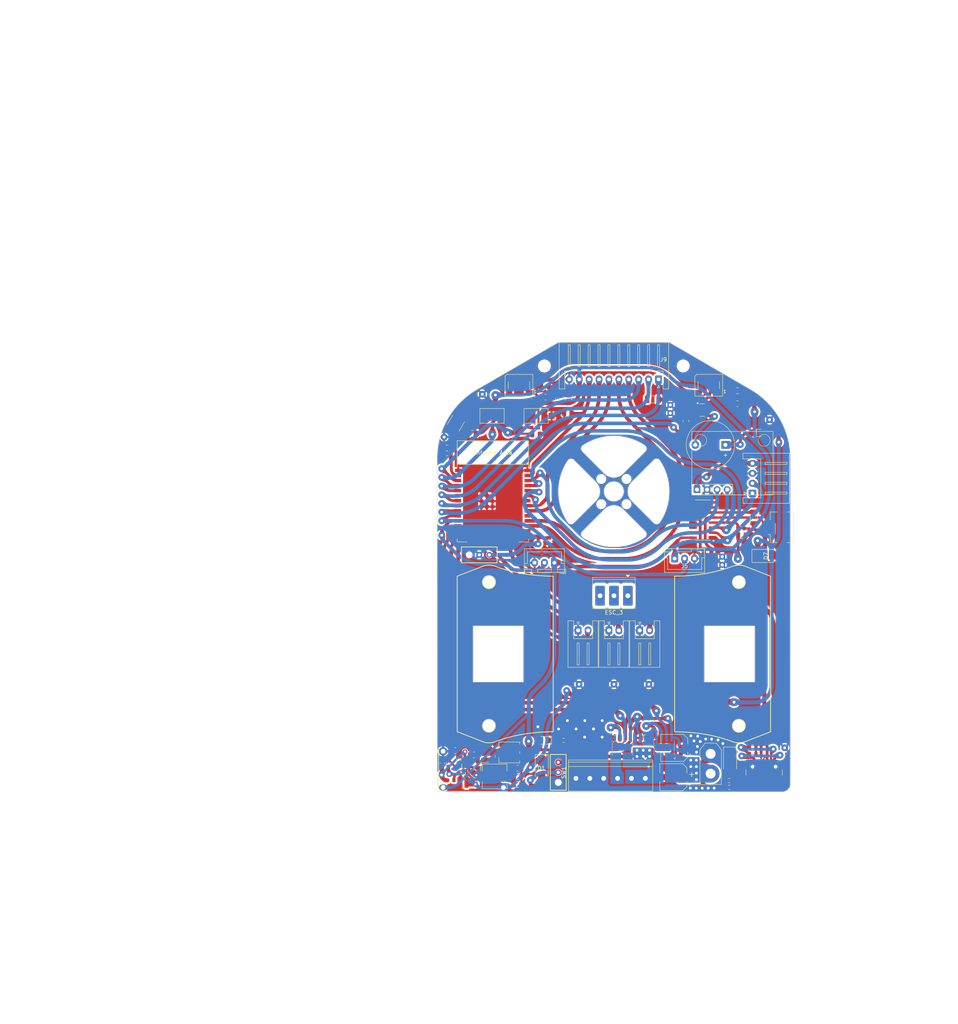
<source format=kicad_pcb>
(kicad_pcb (version 20241229) (generator "pcbnew") (generator_version "9.0")
  (layers (0 "F.Cu" signal) (2 "B.Cu" signal) (13 "F.Paste" user) (15 "B.Paste" user) (5 "F.SilkS" user "F.Silkscreen") (7 "B.SilkS" user "B.Silkscreen") (1 "F.Mask" user) (3 "B.Mask" user) (25 "Edge.Cuts" user))
  (net 0 "")
  (net 1 "Net-(BZ1--)")
  (net 2 "Net-(BZ1-+)")
  (net 3 "/Vb")
  (net 4 "GND")
  (net 5 "/VDD_ESP")
  (net 6 "+3.3V")
  (net 7 "/EN")
  (net 8 "/BOOT")
  (net 9 "Net-(U2-FILTER)")
  (net 10 "Net-(U3-FILTER)")
  (net 11 "/VM")
  (net 12 "Net-(D3-VDD)")
  (net 13 "Net-(D5-VDD)")
  (net 14 "Net-(D1-A)")
  (net 15 "Net-(D2-K)")
  (net 16 "/LEDs")
  (net 17 "unconnected-(D5-DOUT-Pad2)")
  (net 18 "/CH340C/VMusC")
  (net 19 "/CH340C/VMusB")
  (net 20 "/SCL")
  (net 21 "/SDA")
  (net 22 "/Enc1")
  (net 23 "/Enc2")
  (net 24 "/ESC1&2_VM")
  (net 25 "/ESC3_VM")
  (net 26 "/Data_S3")
  (net 27 "/Data_1aux")
  (net 28 "/Data_S0")
  (net 29 "/Data_SIG")
  (net 30 "/Data_S1")
  (net 31 "/Data_2aux")
  (net 32 "/Data_S2")
  (net 33 "/Data_EN")
  (net 34 "/ESC_1")
  (net 35 "/ESC_2")
  (net 36 "/ESC_3")
  (net 37 "/CH340C/D-")
  (net 38 "/CH340C/D+")
  (net 39 "/CH340C/CC1")
  (net 42 "/CH340C/CC2")
  (net 43 "/TX")
  (net 44 "/RX")
  (net 46 "Net-(Q1-G)")
  (net 47 "/BUZ")
  (net 48 "/BUTTON")
  (net 49 "/StepDown_2315/Rt")
  (net 52 "/StepDown_2315/VCC_SW")
  (net 61 "/CurrESC1&2")
  (net 62 "/CurrESC2")
  (net 72 "/StepDown_2315/SW")
  (net 73 "Net-(ST1-EN{slash}SYNC)")
  (net 74 "/StepDown_2315/AAM")
  (net 75 "/StepDown_2315/FB")
  (net 76 "/StepDown_2315/BST")
  (net 77 "Net-(C19-Pad1)")
  (net 80 "/D_LED")
  (footprint "MountingHole:MountingHole_2.2mm_M2" (layer "F.Cu") (at 103.318019 165.531981 90)
    (property "Reference" "H9" (hide yes))
    (property "Value" "M2")
  )
  (footprint "" (layer "F.Cu") (at 97.725 210.925)
    (property "Reference" "")
    (property "Value" "")
  )
  (footprint "" (layer "F.Cu") (at 120.74 140.505)
    (property "Reference" "")
    (property "Value" "")
  )
  (footprint "TerminalBlock_Phoenix:TerminalBlock_Phoenix_PT-1,5-3-3.5-H_1x03_P3.50mm_Horizontal" (layer "F.Cu") (at 110.025 188.6 180)
    (property "Reference" "ESC_3")
    (property "Value" "TerminalBlock_Phoenix_PT-1,5-3-3.5-H_1x03_P3.50mm_Horizontal")
  )
  (footprint "Resistor_SMD:R_0805_2012Metric" (layer "F.Cu") (at 73.8825 229.05 -90)
    (property "Reference" "Rp2" (hide yes))
    (property "Value" "100k" (hide yes))
  )
  (footprint "MixLib:MPU6050_Module" (layer "F.Cu") (at 136.7 155.77 90)
    (property "Reference" "J2" (hide yes))
    (property "Value" "MPU6050")
  )
  (footprint "Resistor_SMD:R_0805_2012Metric" (layer "F.Cu") (at 75.8195 229.05 -90)
    (property "Reference" "Rp1" (hide yes))
    (property "Value" "47k")
  )
  (footprint "Connector_AMASS:AMASS_XT30U-M_1x02_P5.0mm_Vertical" (layer "F.Cu") (at 130.9 228.45 -90)
    (property "Reference" "J1" (hide yes))
    (property "Value" "XT30PW-M" (hide yes))
  )
  (footprint "Capacitor_SMD:C_0805_2012Metric" (layer "F.Cu") (at 82.22 232.06)
    (property "Reference" "C20" (hide yes))
    (property "Value" "22uF")
  )
  (footprint "MountingHole:MountingHole_2.2mm_M2" (layer "F.Cu") (at 103.318019 159.168019 180)
    (property "Reference" "H8" (hide yes))
    (property "Value" "M2")
  )
  (footprint "Capacitor_SMD:C_0805_2012Metric" (layer "F.Cu") (at 68.3825 236.3 180)
    (property "Reference" "C17" (hide yes))
    (property "Value" "22uF" (hide yes))
  )
  (footprint "Capacitor_SMD:C_0805_2012Metric" (layer "F.Cu") (at 89.125 135.825)
    (property "Reference" "C24" (hide yes))
    (property "Value" "100nF")
  )
  (footprint "Resistor_SMD:R_0603_1608Metric" (layer "F.Cu") (at 135.575 236.8875)
    (property "Reference" "R10" (hide yes))
    (property "Value" "10k")
  )
  (footprint "MountingHole:MountingHole_3mm" (layer "F.Cu") (at 75 221.379263)
    (property "Reference" "H2" (hide yes))
    (property "Value" "M3")
  )
  (footprint "Connector_USB:USB_C_Receptacle_GCT_USB4110" (layer "F.Cu") (at 144.39 234.3)
    (property "Reference" "J13" (hide yes))
    (property "Value" "USB_C_Receptacle_USB2.0_16P")
  )
  (footprint "Capacitor_SMD:C_0805_2012Metric" (layer "F.Cu") (at 137.675 136.925)
    (property "Reference" "C26" (hide yes))
    (property "Value" "100nF")
  )
  (footprint "Package_TO_SOT_SMD:SOT-23" (layer "F.Cu") (at 128.775 141.8)
    (property "Reference" "Q1" (hide yes))
    (property "Value" "IRLML2502")
  )
  (footprint "" (layer "F.Cu") (at 133.825 178.75)
    (property "Reference" "")
    (property "Value" "")
  )
  (footprint "Capacitor_SMD:C_0805_2012Metric" (layer "F.Cu") (at 107.05 224.5 180)
    (property "Reference" "C10" (hide yes))
    (property "Value" "10nF")
  )
  (footprint "Potentiometer_SMD:Potentiometer_Vishay_TS53YJ_Vertical" (layer "F.Cu") (at 80.1275 228.1)
    (property "Reference" "RV1" (hide yes))
    (property "Value" "Pot" (hide yes))
  )
  (footprint "Capacitor_SMD:C_0603_1608Metric" (layer "F.Cu") (at 90.2 174.775 -90)
    (property "Reference" "C8" (hide yes))
    (property "Value" "100nF")
  )
  (footprint "LED_SMD:LED_WS2812B_PLCC4_5.0x5.0mm_P3.2mm" (layer "F.Cu") (at 130.425 135.55 180)
    (property "Reference" "D5" (hide yes))
    (property "Value" "WS2812B")
  )
  (footprint "Resistor_SMD:R_0805_2012Metric" (layer "F.Cu") (at 137.67 140.19)
    (property "Reference" "R7" (hide yes))
    (property "Value" "100")
  )
  (footprint "Diode_SMD:D_SMA" (layer "F.Cu") (at 88.3 232.15 -90)
    (property "Reference" "D1")
    (property "Value" "SS14")
  )
  (footprint "Diode_SMD:D_SMA" (layer "F.Cu") (at 135.8 230.25 -90)
    (property "Reference" "D6" (hide yes))
    (property "Value" "SS14" (hide yes))
  )
  (footprint "LED_SMD:LED_WS2812B_PLCC4_5.0x5.0mm_P3.2mm" (layer "F.Cu") (at 82.56 135.57 180)
    (property "Reference" "D3" (hide yes))
    (property "Value" "WS2812B")
  )
  (footprint "Capacitor_SMD:C_0805_2012Metric" (layer "F.Cu") (at 64.45 154.065 180)
    (property "Reference" "C4" (hide yes))
    (property "Value" "100nF" (hide yes))
  )
  (footprint "TerminalBlock_Phoenix:TerminalBlock_Phoenix_PT-1,5-6-3.5-H_1x06_P3.50mm_Horizontal" (layer "F.Cu") (at 114.44 234.64 180)
    (property "Reference" "J15" (hide yes))
    (property "Value" "ESC_VM")
  )
  (footprint "Capacitor_SMD:C_0603_1608Metric" (layer "F.Cu") (at 68.5825 234.575 180)
    (property "Reference" "C18" (hide yes))
    (property "Value" "100nF" (hide yes))
  )
  (footprint "MixLib:SW_Slide-03_P2.54_L9_W4_H7" (layer "F.Cu") (at 72.56 178.3 180)
    (property "Reference" "SW3" (hide yes))
    (property "Value" "Boot_SW")
  )
  (footprint "" (layer "F.Cu") (at 145.77 144.23)
    (property "Reference" "")
    (property "Value" "")
  )
  (footprint "Capacitor_SMD:C_0603_1608Metric" (layer "F.Cu") (at 138.575 171.625)
    (property "Reference" "C14" (hide yes))
    (property "Value" "100nF")
  )
  (footprint "Capacitor_SMD:C_0805_2012Metric" (layer "F.Cu") (at 138.775 173.4)
    (property "Reference" "C13" (hide yes))
    (property "Value" "1uF")
  )
  (footprint "" (layer "F.Cu") (at 149.575 226.925)
    (property "Reference" "")
    (property "Value" "")
  )
  (footprint "MountingHole:MountingHole_3mm" (layer "F.Cu") (at 123.98 130.69)
    (property "Reference" "H6" (hide yes))
    (property "Value" "M3" (hide yes))
  )
  (footprint "Resistor_SMD:R_0805_2012Metric" (layer "F.Cu") (at 70.75 147.675)
    (property "Reference" "R9" (hide yes))
    (property "Value" "10k")
  )
  (footprint "Package_SO:SOIC-16_3.9x9.9mm_P1.27mm" (layer "F.Cu") (at 128.925 169.53 180)
    (property "Reference" "U4" (hide yes))
    (property "Value" "CH340C")
  )
  (footprint "MountingHole:MountingHole_3mm" (layer "F.Cu") (at 138 185.1793)
    (property "Reference" "H3" (hide yes))
    (property "Value" "M3")
  )
  (footprint "Connector_USB:USB_Micro-B_Amphenol_10104110_Horizontal" (layer "F.Cu") (at 147.6 171.35 90)
    (property "Reference" "J16" (hide yes))
    (property "Value" "USB_B_Micro" (hide yes))
  )
  (footprint "Buzzer_Beeper:Buzzer_12x9.5RM7.6" (layer "F.Cu") (at 134.625 150.575 180)
    (property "Reference" "BZ1" (hide yes))
    (property "Value" "Buzzer")
  )
  (footprint "Inductor_SMD:L_TDK_SLF6025" (layer "F.Cu") (at 76.4275 234.1425)
    (property "Reference" "L1" (hide yes))
    (property "Value" "6.8uH" (hide yes))
  )
  (footprint "PCM_Espressif:ESP32-WROOM-32E" (layer "F.Cu") (at 75.975 164.04)
    (property "Reference" "U1" (hide yes))
    (property "Value" "ESP32-WROOM-32E")
  )
  (footprint "Capacitor_SMD:C_0805_2012Metric" (layer "F.Cu") (at 114.225 224.45 180)
    (property "Reference" "C9" (hide yes))
    (property "Value" "10nF")
  )
  (footprint "Resistor_SMD:R_0603_1608Metric" (layer "F.Cu") (at 93.85 225.06232)
    (property "Reference" "R1" (hide yes))
    (property "Value" "1k" (hide yes))
  )
  (footprint "Capacitor_SMD:CP_Elec_6.3x5.4" (layer "F.Cu") (at 121.725 226.95 180)
    (property "Reference" "C2" (hide yes))
    (property "Value" "100uF" (hide yes))
  )
  (footprint "Capacitor_SMD:C_0805_2012Metric" (layer "F.Cu") (at 92.525 139.075 90)
    (property "Reference" "C11" (hide yes))
    (property "Value" "1uF")
  )
  (footprint "MixLib:Mini360_step-down" (layer "F.Cu") (at 71.05 232.375 180)
    (property "Reference" "U6" (hide yes))
    (property "Value" "Mini360" (hide yes))
  )
  (footprint "Capacitor_SMD:C_0805_2012Metric" (layer "F.Cu") (at 95.125 139.075 90)
    (property "Reference" "C12" (hide yes))
    (property "Value" "100nF")
  )
  (footprint "MixLib:MagicAlonso_Red_Mod_23.5mm" (layer "F.Cu") (at 135.27 206.179262 180)
    (property "Reference" "REF**" (hide yes))
    (property "Value" "MagicAlonso_Red_Mod_23.5mm")
    (fp_rect (start -6.75 -4.2) (end 5.95 10) (stroke (width 0.1)) (fill no) (layer "Edge.Cuts"))
  )
  (footprint "Capacitor_SMD:C_0603_1608Metric" (layer "F.Cu") (at 63.19 230.82 90)
    (property "Reference" "C23" (hide yes))
    (property "Value" "100nF" (hide yes))
  )
  (footprint "" (layer "F.Cu") (at 63.7 148.625)
    (property "Reference" "")
    (property "Value" "")
  )
  (footprint "" (layer "F.Cu") (at 106.525 210.925)
    (property "Reference" "")
    (property "Value" "")
  )
  (footprint "Resistor_SMD:R_0603_1608Metric" (layer "F.Cu") (at 135.575 235.175)
    (property "Reference" "R11" (hide yes))
    (property "Value" "10k")
  )
  (footprint "" (layer "F.Cu") (at 115.325 210.925)
    (property "Reference" "")
    (property "Value" "")
  )
  (footprint "Resistor_SMD:R_0805_2012Metric" (layer "F.Cu") (at 66.49 227.64)
    (property "Reference" "R17" (hide yes))
    (property "Value" "10k")
  )
  (footprint "Capacitor_SMD:CP_Elec_6.3x5.4" (layer "F.Cu") (at 121.5 234.35 180)
    (property "Reference" "C28" (hide yes))
    (property "Value" "100uF")
  )
  (footprint "Connector_JST:JST_XH_S4B-XH-A_1x04_P2.50mm_Horizontal" (layer "F.Cu") (at 141.455 162.75 90)
    (property "Reference" "J14" (hide yes))
    (property "Value" "UART_Out")
  )
  (footprint "Connector_JST:JST_XH_S10B-XH-A_1x10_P2.50mm_Horizontal" (layer "F.Cu") (at 117.76 134.07 180)
    (property "Reference" "J9")
    (property "Value" "Sensors" (hide yes))
  )
  (footprint "Resistor_SMD:R_0603_1608Metric" (layer "F.Cu") (at 86.65 146.225)
    (property "Reference" "R2" (hide yes))
    (property "Value" "10k")
  )
  (footprint "Resistor_SMD:R_0805_2012Metric" (layer "F.Cu") (at 71.2075 228.725 180)
    (property "Reference" "R14" (hide yes))
    (property "Value" "20" (hide yes))
  )
  (footprint "Resistor_SMD:R_0603_1608Metric" (layer "F.Cu") (at 64.77 230.82 -90)
    (property "Reference" "R15" (hide yes))
    (property "Value" "100k" (hide yes))
  )
  (footprint "" (layer "F.Cu") (at 73.325 137.825)
    (property "Reference" "")
    (property "Value" "")
  )
  (footprint "Fuse:Fuse_1812_4532Metric_Pad1.30x3.40mm_HandSolder" (layer "F.Cu") (at 66.65 145.125 -90)
    (property "Reference" "F1" (hide yes))
    (property "Value" "300mA" (hide yes))
  )
  (footprint "Connector_JST:JST_XH_S2B-XH-A_1x02_P2.50mm_Horizontal" (layer "F.Cu") (at 105.2575 197.335)
    (property "Reference" "J11" (hide yes))
    (property "Value" "ESC2")
  )
  (footprint "Resistor_SMD:R_1206_3216Metric" (layer "F.Cu") (at 142.975 147.55)
    (property "Reference" "R4" (hide yes))
    (property "Value" "330")
  )
  (footprint "MountingHole:MountingHole_3mm" (layer "F.Cu") (at 88.98 130.69)
    (property "Reference" "H5" (hide yes))
    (property "Value" "M3" (hide yes))
  )
  (footprint "" (layer "F.Cu") (at 133.825 180.825)
    (property "Reference" "")
    (property "Value" "")
  )
  (footprint "MixLib:MagicAlonso_Red_Mod_23.5mm" (layer "F.Cu") (at 77.75 200.375002)
    (property "Reference" "REF**" (hide yes))
    (property "Value" "MagicAlonso_Red_Mod_23.5mm")
    (fp_rect (start -6.75 -4.2) (end 5.95 10) (stroke (width 0.1)) (fill no) (layer "Edge.Cuts"))
  )
  (footprint "Resistor_SMD:R_0603_1608Metric" (layer "F.Cu") (at 141.5 228.4 180)
    (property "Reference" "R13" (hide yes))
    (property "Value" "10k")
  )
  (footprint "Resistor_SMD:R_1206_3216Metric" (layer "F.Cu") (at 141.8 168.925 90)
    (property "Reference" "REF**" (hide yes))
    (property "Value" "R_1206_3216Metric")
  )
  (footprint "MixLib:LED_0805_2012Metric" (layer "F.Cu") (at 89.24 225.02232 180)
    (property "Reference" "D2" (hide yes))
    (property "Value" "LED_On" (hide yes))
  )
  (footprint "Capacitor_SMD:C_0805_2012Metric" (layer "F.Cu") (at 82.22 234.12)
    (property "Reference" "C22" (hide yes))
    (property "Value" "10uF")
  )
  (footprint "Resistor_SMD:R_0805_2012Metric" (layer "F.Cu") (at 94.9 142.625)
    (property "Reference" "R6" (hide yes))
    (property "Value" "10k")
  )
  (footprint "MountingHole:MountingHole_2.2mm_M2" (layer "F.Cu") (at 109.681981 165.531981 90)
    (property "Reference" "H10" (hide yes))
    (property "Value" "M2")
  )
  (footprint "Resistor_SMD:R_1206_3216Metric" (layer "F.Cu") (at 116.33 139.14 180)
    (property "Reference" "REF**" (hide yes))
    (property "Value" "R_1206_3216Metric")
  )
  (footprint "Resistor_SMD:R_0603_1608Metric" (layer "F.Cu") (at 141.5 226.775 180)
    (property "Reference" "R12" (hide yes))
    (property "Value" "10k")
  )
  (footprint "Capacitor_SMD:C_0805_2012Metric" (layer "F.Cu") (at 82.22 236.18)
    (property "Reference" "C21" (hide yes))
    (property "Value" "22uF")
  )
  (footprint "MountingHole:MountingHole_2.2mm_M2" (layer "F.Cu") (at 109.681981 159.168019 180)
    (property "Reference" "H7" (hide yes))
    (property "Value" "M2")
  )
  (footprint "Package_TO_SOT_SMD:TSOT-23-8" (layer "F.Cu") (at 69.6825 231.775 90)
    (property "Reference" "ST1" (hide yes))
    (property "Value" "MP2315" (hide yes))
  )
  (footprint "Connector_JST:JST_XH_B3B-XH-A_1x03_P2.50mm_Vertical" (layer "F.Cu") (at 91.5 180.275 180)
    (property "Reference" "J4" (hide yes))
    (property "Value" "Encoder1" (hide yes))
  )
  (footprint "MixLib:SW_Slide-03_P2.54_L9_W4_H7" (layer "F.Cu") (at 92.475 233.12 90)
    (property "Reference" "SW1")
    (property "Value" "Power_SW" (hide yes))
  )
  (footprint "Connector_JST:JST_XH_S2B-XH-A_1x02_P2.50mm_Horizontal" (layer "F.Cu") (at 113.025 197.335)
    (property "Reference" "J12" (hide yes))
    (property "Value" "ESC3")
  )
  (footprint "Button_Switch_SMD:SW_SPST_CK_RS282G05A3" (layer "F.Cu") (at 86.89 143.27)
    (property "Reference" "SW2" (hide yes))
    (property "Value" "EN_Push")
  )
  (footprint "Diode_SMD:D_SMA" (layer "F.Cu") (at 144.825 178.575)
    (property "Reference" "D7")
    (property "Value" "SS14")
  )
  (footprint "Resistor_SMD:R_0603_1608Metric" (layer "F.Cu") (at 65.34 235.12 180)
    (property "Reference" "R16" (hide yes))
    (property "Value" "10k")
  )
  (footprint "Resistor_SMD:R_0805_2012Metric" (layer "F.Cu") (at 89.23 138.54)
    (property "Reference" "R5" (hide yes))
    (property "Value" "100")
  )
  (footprint "Connector_JST:JST_XH_S2B-XH-A_1x02_P2.50mm_Horizontal" (layer "F.Cu") (at 97.49 197.335)
    (property "Reference" "J10" (hide yes))
    (property "Value" "ESC1")
  )
  (footprint "Capacitor_SMD:C_0603_1608Metric" (layer "F.Cu") (at 72.1575 231.2 -90)
    (property "Reference" "C19" (hide yes))
    (property "Value" "100nF" (hide yes))
  )
  (footprint "Connector_JST:JST_XH_B3B-XH-A_1x03_P2.50mm_Vertical" (layer "F.Cu") (at 121.825 179.225)
    (property "Reference" "J5")
    (property "Value" "Encoder2")
  )
  (footprint "Resistor_SMD:R_0805_2012Metric" (layer "F.Cu") (at 124.66 144.55 -90)
    (property "Reference" "R8" (hide yes))
    (property "Value" "330")
  )
  (footprint "MountingHole:MountingHole_3mm" (layer "F.Cu") (at 75 185.179263)
    (property "Reference" "H1" (hide yes))
    (property "Value" "M3")
  )
  (footprint "Capacitor_SMD:C_0805_2012Metric" (layer "F.Cu") (at 64.425 151.375 180)
    (property "Reference" "C3" (hide yes))
    (property "Value" "1uF" (hide yes))
  )
  (footprint "Capacitor_SMD:C_0805_2012Metric" (layer "F.Cu") (at 86.875 147.95)
    (property "Reference" "C7" (hide yes))
    (property "Value" "100nF")
  )
  (footprint "Resistor_SMD:R_0603_1608Metric" (layer "F.Cu") (at 67.38 230 90)
    (property "Reference" "Rt1" (hide yes))
    (property "Value" "33k" (hide yes))
  )
  (footprint "" (layer "F.Cu") (at 120.74 142.58)
    (property "Reference" "")
    (property "Value" "")
  )
  (footprint "Button_Switch_SMD:SW_SPST_CK_RS282G05A3" (layer "F.Cu") (at 75.775 143.275)
    (property "Reference" "SW4" (hide yes))
    (property "Value" "BUTTON_Push")
  )
  (footprint "MountingHole:MountingHole_3mm" (layer "F.Cu") (at 138 221.379263)
    (property "Reference" "H4" (hide yes))
    (property "Value" "M3" (hide yes))
  )
  (footprint "Capacitor_SMD:C_0603_1608Metric" (layer "B.Cu") (at 113.91 225.34 180)
    (property "Reference" "C6" (hide yes))
    (property "Value" "100nF")
  )
  (footprint "Capacitor_SMD:C_0603_1608Metric" (layer "B.Cu") (at 123.7 226.05 180)
    (property "Reference" "C5" (hide yes))
    (property "Value" "100nF")
  )
  (footprint "Resistor_SMD:R_0603_1608Metric" (layer "B.Cu") (at 88.4 177.65)
    (property "Reference" "R3" (hide yes))
    (property "Value" "10k")
  )
  (footprint "Package_SO:SOIC-8_3.9x4.9mm_P1.27mm" (layer "B.Cu") (at 108.65 226.935 90)
    (property "Reference" "U3" (hide yes))
    (property "Value" "ACS712-20A" (hide yes))
  )
  (footprint "Resistor_SMD:R_1206_3216Metric" (layer "B.Cu") (at 69.4 233.95 90)
    (property "Reference" "REF**" (hide yes))
    (property "Value" "R_1206_3216Metric")
  )
  (footprint "Package_SO:SOIC-8_3.9x4.9mm_P1.27mm" (layer "B.Cu") (at 119.16 226.895 90)
    (property "Reference" "U2" (hide yes))
    (property "Value" "ACS712-30A" (hide yes))
  )
  (gr_line (start 104.139914 157.839157) (end 98.533318 152.232562) (stroke (width 0.1)) (layer "Edge.Cuts"))
  (gr_line (start 64 238) (end 149 238) (stroke (width 0.1)) (layer "Edge.Cuts"))
  (gr_arc (start 114.304436 173.932498) (mid 106.493467 176.31403) (end 98.682498 173.932497) (stroke (width 0.1)) (layer "Edge.Cuts"))
  (gr_arc (start 64 238) (mid 62.585786 237.414214) (end 62 236) (stroke (width 0.1)) (layer "Edge.Cuts"))
  (gr_circle (center 103.311486 165.496012) (end 104.311486 165.496012) (stroke (width 0.1)) (fill no) (layer "Edge.Cuts"))
  (gr_line (start 108.84702 157.839157) (end 114.453616 152.232562) (stroke (width 0.1)) (layer "Edge.Cuts"))
  (gr_line (start 102.018593 164.667584) (end 96.411998 170.27418) (stroke (width 0.1)) (layer "Edge.Cuts"))
  (gr_circle (center 109.675448 159.13205) (end 110.675448 159.13205) (stroke (width 0.1)) (fill no) (layer "Edge.Cuts"))
  (gr_arc (start 96.411998 170.27418) (mid 95.60829 170.562397) (end 94.875 170.125) (stroke (width 0.1)) (layer "Edge.Cuts"))
  (gr_arc (start 102.018593 159.960478) (mid 102.740108 161.040296) (end 102.993467 162.314031) (stroke (width 0.1)) (layer "Edge.Cuts"))
  (gr_arc (start 98.533318 152.232562) (mid 98.245129 151.428869) (end 98.682498 150.695564) (stroke (width 0.1)) (layer "Edge.Cuts"))
  (gr_arc (start 108.84702 157.839157) (mid 107.767204 158.560679) (end 106.493467 158.814031) (stroke (width 0.1)) (layer "Edge.Cuts"))
  (gr_line (start 104.139914 166.788905) (end 98.533318 172.3955) (stroke (width 0.1)) (layer "Edge.Cuts"))
  (gr_line (start 92.51 124.76) (end 71.955203 136.650906) (stroke (width 0.1)) (layer "Edge.Cuts"))
  (gr_arc (start 110.968341 164.667584) (mid 110.246831 163.587766) (end 109.993467 162.314031) (stroke (width 0.1)) (layer "Edge.Cuts"))
  (gr_circle (center 109.675448 165.496012) (end 110.675448 165.496012) (stroke (width 0.1)) (fill no) (layer "Edge.Cuts"))
  (gr_arc (start 106.493467 165.814031) (mid 107.76721 166.067379) (end 108.84702 166.788905) (stroke (width 0.1)) (layer "Edge.Cuts"))
  (gr_arc (start 114.304436 150.695564) (mid 114.741819 151.428863) (end 114.453616 152.232562) (stroke (width 0.1)) (layer "Edge.Cuts"))
  (gr_arc (start 98.682498 150.695564) (mid 106.493468 148.314029) (end 114.304436 150.695565) (stroke (width 0.1)) (layer "Edge.Cuts"))
  (gr_line (start 108.84702 166.788905) (end 114.453616 172.3955) (stroke (width 0.1)) (layer "Edge.Cuts"))
  (gr_arc (start 61.9701 153.970095) (mid 64.643468 143.973411) (end 71.955203 136.650906) (stroke (width 0.1)) (layer "Edge.Cuts"))
  (gr_line (start 151 236) (end 150.970093 153.950602) (stroke (width 0.1)) (layer "Edge.Cuts"))
  (gr_arc (start 114.453616 172.3955) (mid 114.741824 173.19921) (end 114.304436 173.932498) (stroke (width 0.1)) (layer "Edge.Cuts"))
  (gr_line (start 110.968341 159.960478) (end 116.574936 154.353882) (stroke (width 0.1)) (layer "Edge.Cuts"))
  (gr_arc (start 116.574936 154.353882) (mid 117.37863 154.065702) (end 118.111934 154.503062) (stroke (width 0.1)) (layer "Edge.Cuts"))
  (gr_circle (center 106.493467 162.314031) (end 108.993467 162.314031) (stroke (width 0.1)) (fill no) (layer "Edge.Cuts"))
  (gr_line (start 92.51 124.76) (end 120.51 124.76) (stroke (width 0.1)) (layer "Edge.Cuts"))
  (gr_line (start 110.968341 164.667584) (end 116.574936 170.27418) (stroke (width 0.1)) (layer "Edge.Cuts"))
  (gr_arc (start 118.111934 170.125) (mid 117.378636 170.562397) (end 116.574936 170.27418) (stroke (width 0.1)) (layer "Edge.Cuts"))
  (gr_line (start 102.018593 159.960478) (end 96.411998 154.353882) (stroke (width 0.1)) (layer "Edge.Cuts"))
  (gr_arc (start 104.139914 166.788905) (mid 105.219734 166.067402) (end 106.493467 165.814031) (stroke (width 0.1)) (layer "Edge.Cuts"))
  (gr_arc (start 98.682498 173.932498) (mid 98.245129 173.19921) (end 98.533318 172.3955) (stroke (width 0.1)) (layer "Edge.Cuts"))
  (gr_line (start 62 236) (end 61.9701 153.970095) (stroke (width 0.1)) (layer "Edge.Cuts"))
  (gr_line (start 120.51 124.76) (end 141.011075 136.661109) (stroke (width 0.1)) (layer "Edge.Cuts"))
  (gr_arc (start 141.011075 136.661109) (mid 148.300609 143.975245) (end 150.970093 153.950602) (stroke (width 0.1)) (layer "Edge.Cuts"))
  (gr_arc (start 106.493467 158.814031) (mid 105.21974 158.560659) (end 104.139914 157.839157) (stroke (width 0.1)) (layer "Edge.Cuts"))
  (gr_arc (start 109.993467 162.314031) (mid 110.246824 161.040296) (end 110.968341 159.960478) (stroke (width 0.1)) (layer "Edge.Cuts"))
  (gr_arc (start 151 236) (mid 150.414214 237.414214) (end 149 238) (stroke (width 0.1)) (layer "Edge.Cuts"))
  (gr_arc (start 94.875 170.125) (mid 92.493467 162.314031) (end 94.875001 154.503062) (stroke (width 0.1)) (layer "Edge.Cuts"))
  (gr_circle (center 103.311486 159.13205) (end 104.311486 159.13205) (stroke (width 0.1)) (fill no) (layer "Edge.Cuts"))
  (gr_arc (start 94.875 154.503062) (mid 95.608289 154.065707) (end 96.411998 154.353882) (stroke (width 0.1)) (layer "Edge.Cuts"))
  (gr_arc (start 118.111934 154.503062) (mid 120.493467 162.314031) (end 118.111933 170.125) (stroke (width 0.1)) (layer "Edge.Cuts"))
  (gr_arc (start 102.993467 162.314031) (mid 102.740098 163.587761) (end 102.018593 164.667584) (stroke (width 0.1)) (layer "Edge.Cuts"))
  (segment (start 129.7125 142.19375) (end 129.7125 141.8) (width 0.6) (layer "F.Cu") (net 1))
  (segment (start 130.13375 143.00875) (end 129.990923 142.865923) (width 0.6) (layer "F.Cu") (net 1))
  (segment (start 131.88 143.41) (end 131.9 143.39) (width 0.6) (layer "F.Cu") (net 1))
  (segment (start 127.025 150.575) (end 127.2 150.575) (width 0.6) (layer "F.Cu") (net 1))
  (segment (start 131.150737 143.43) (end 131.831715 143.43) (width 0.6) (layer "F.Cu") (net 1))
  (via (at 131.9 143.39) (size 1.7) (drill 0.7) (layers "F.Cu" "B.Cu") (net 1))
  (arc (start 130.13375 143.00875) (mid 130.600347 143.32052) (end 131.150737 143.43) (width 0.6) (layer "F.Cu") (net 1))
  (arc (start 129.7125 142.19375) (mid 129.784859 142.557527) (end 129.990923 142.865923) (width 0.6) (layer "F.Cu") (net 1))
  (arc (start 131.88 143.41) (mid 131.857846 143.424802) (end 131.831715 143.43) (width 0.6) (layer "F.Cu") (net 1))
  (segment (start 127.917722 147.157277) (end 131.608986 143.466013) (width 0.7) (layer "B.Cu") (net 1))
  (segment (start 131.7925 143.39) (end 131.9 143.39) (width 0.7) (layer "B.Cu") (net 1))
  (segment (start 127.025 149.3125) (end 127.025 150.575) (width 0.7) (layer "B.Cu") (net 1))
  (arc (start 131.7925 143.39) (mid 131.693182 143.409755) (end 131.608986 143.466013) (width 0.7) (layer "B.Cu") (net 1))
  (arc (start 127.917722 147.157277) (mid 127.25701 148.146101) (end 127.025 149.3125) (width 0.7) (layer "B.Cu") (net 1))
  (segment (start 139.037499 148.187499) (end 138.992201 148.232798) (width 0.7) (layer "F.Cu") (net 2))
  (segment (start 138.4 149.6625) (end 138.4 150.5) (width 0.7) (layer "F.Cu") (net 2))
  (segment (start 140.576561 147.55) (end 141.5125 147.55) (width 0.7) (layer "F.Cu") (net 2))
  (via (at 138.4 150.5) (size 1.7) (drill 0.7) (layers "F.Cu" "B.Cu") (net 2))
  (arc (start 140.576561 147.55) (mid 139.743626 147.71568) (end 139.037499 148.187499) (width 0.7) (layer "F.Cu") (net 2))
  (arc (start 138.992201 148.232798) (mid 138.553908 148.88875) (end 138.4 149.6625) (width 0.7) (layer "F.Cu") (net 2))
  (segment (start 138.3625 150.5375) (end 138.4 150.5) (width 0.7) (layer "B.Cu") (net 2))
  (segment (start 138.271966 150.575) (end 134.625 150.575) (width 0.7) (layer "B.Cu") (net 2))
  (arc (start 138.3625 150.5375) (mid 138.320962 150.565254) (end 138.271966 150.575) (width 0.7) (layer "B.Cu") (net 2))
  (segment (start 135.345 215.42) (end 136.81 215.42) (width 0.9) (layer "F.Cu") (net 3))
  (segment (start 133.136223 215.42) (end 136.81 215.42) (width 0.9) (layer "F.Cu") (net 3))
  (segment (start 135.8 226.307645) (end 135.8 228.25) (width 0.9) (layer "F.Cu") (net 3))
  (segment (start 146.392893 147.55) (end 144.4375 147.55) (width 0.9) (layer "F.Cu") (net 3))
  (segment (start 64.98 233.57) (end 64.875 233.465) (width 0.7) (layer "F.Cu") (net 3))
  (segment (start 85.43875 231.88875) (end 85.43875 231.278824) (width 0.9) (layer "F.Cu") (net 3))
  (segment (start 148.1 149.9) (end 148.1 149.225) (width 0.9) (layer "F.Cu") (net 3))
  (segment (start 94.667677 212.527677) (end 95.245 213.105) (width 0.9) (layer "F.Cu") (net 3))
  (segment (start 64.77 233.211507) (end 64.77 231.645) (width 0.7) (layer "F.Cu") (net 3))
  (segment (start 142.7875 174.7625) (end 142.75 174.725) (width 0.9) (layer "F.Cu") (net 3))
  (segment (start 86.567574 230.15) (end 88.3 230.15) (width 0.9) (layer "F.Cu") (net 3))
  (segment (start 94.625 212.51) (end 94.6 212.51) (width 0.9) (layer "F.Cu") (net 3))
  (segment (start 142.825 174.853033) (end 142.825 178.575) (width 0.9) (layer "F.Cu") (net 3))
  (segment (start 133.88 216.885) (end 133.88 221.672354) (width 0.9) (layer "F.Cu") (net 3))
  (segment (start 96.681457 213.7) (end 128.983776 213.7) (width 0.9) (layer "F.Cu") (net 3))
  (segment (start 147.6 148.05) (end 147.622702 148.072702) (width 0.9) (layer "F.Cu") (net 3))
  (via (at 142.75 174.725) (size 2) (drill 0.7) (layers "F.Cu" "B.Cu") (net 3))
  (via (at 94.6 212.51) (size 1.7) (drill 0.7) (layers "F.Cu" "B.Cu") (net 3))
  (via (at 71.6075 236.14) (size 1.2) (drill 0.55) (layers "F.Cu" "B.Cu") (net 3))
  (via (at 136.81 215.42) (size 2) (drill 0.7) (layers "F.Cu" "B.Cu") (net 3))
  (via (at 85.43875 231.88875) (size 1.7) (drill 0.7) (layers "F.Cu" "B.Cu") (net 3))
  (via (at 64.98 233.57) (size 1.4) (drill 0.7) (layers "F.Cu" "B.Cu") (net 3))
  (via (at 148.1 149.9) (size 1.7) (drill 0.7) (layers "F.Cu" "B.Cu") (net 3))
  (arc (start 95.245 213.105) (mid 95.904052 213.545364) (end 96.681457 213.7) (width 0.9) (layer "F.Cu") (net 3))
  (arc (start 85.769375 230.480625) (mid 85.524676 230.846841) (end 85.43875 231.278824) (width 0.9) (layer "F.Cu") (net 3))
  (arc (start 86.567574 230.15) (mid 86.135591 230.235926) (end 85.769375 230.480625) (width 0.9) (layer "F.Cu") (net 3))
  (arc (start 135.345 215.42) (mid 134.309088 215.849088) (end 133.88 216.885) (width 0.9) (layer "F.Cu") (net 3))
  (arc (start 131.06 214.56) (mid 132.012579 215.196493) (end 133.136223 215.42) (width 0.9) (layer "F.Cu") (net 3))
  (arc (start 64.77 233.211507) (mid 64.797288 233.348696) (end 64.875 233.465) (width 0.7) (layer "F.Cu") (net 3))
  (arc (start 133.88 221.672354) (mid 134.129495 222.926655) (end 134.84 223.99) (width 0.9) (layer "F.Cu") (net 3))
  (arc (start 142.7875 174.7625) (mid 142.815254 174.804036) (end 142.825 174.853033) (width 0.9) (layer "F.Cu") (net 3))
  (arc (start 131.06 214.56) (mid 130.10742 213.923506) (end 128.983776 213.7) (width 0.9) (layer "F.Cu") (net 3))
  (arc (start 94.667677 212.527677) (mid 94.648096 212.514594) (end 94.625 212.51) (width 0.9) (layer "F.Cu") (net 3))
  (arc (start 134.84 223.99) (mid 135.550504 225.053344) (end 135.8 226.307645) (width 0.9) (layer "F.Cu") (net 3))
  (arc (start 147.6 148.05) (mid 147.046174 147.679945) (end 146.392893 147.55) (width 0.9) (layer "F.Cu") (net 3))
  (arc (start 147.622702 148.072702) (mid 147.975954 148.601381) (end 148.1 149.225) (width 0.9) (layer "F.Cu") (net 3))
  (segment (start 145.45 175.55) (end 145.287912 175.387912) (width 1) (layer "B.Cu") (net 3))
  (segment (start 141.930413 215.49) (end 136.929497 215.49) (width 1) (layer "B.Cu") (net 3))
  (segment (start 94.54 212.57) (end 94.6 212.51) (width 0.9) (layer "B.Cu") (net 3))
  (segment (start 71.59875 236.14) (end 71.6075 236.14) (width 1) (layer "B.Cu") (net 3))
  (segment (start 93.53778 216.237219) (end 92.0525 217.7225) (width 0.9) (layer "B.Cu") (net 3))
  (segment (start 64.98 233.57) (end 67.249165 233.57) (width 0.6) (layer "B.Cu") (net 3))
  (segment (start 143.6875 174.725) (end 142.75 174.725) (width 1) (layer "B.Cu") (net 3))
  (segment (start 79.52625 236.945) (end 77.81375 236.945) (width 0.9) (layer "B.Cu") (net 3))
  (segment (start 68.038785 233.242928) (end 68.365857 232.915857) (width 0.6) (layer "B.Cu") (net 3))
  (segment (start 85.570721 231.854278) (end 87.580625 229.844375) (width 0.9) (layer "B.Cu") (net 3))
  (segment (start 85.4875 231.88875) (end 85.43875 231.88875) (width 0.7) (layer "B.Cu") (net 3))
  (segment (start 148.1 149.9) (end 148.1 173.25953) (width 0.9) (layer "B.Cu") (net 3))
  (segment (start 94.48 212.714852) (end 94.48 213.9625) (width 0.9) (layer "B.Cu") (net 3))
  (segment (start 146.275 177.541726) (end 146.275 211.145413) (width 1) (layer "B.Cu") (net 3))
  (segment (start 71.6075 236.14) (end 71.6075 236.07) (width 1) (layer "B.Cu") (net 3))
  (segment (start 136.81 215.42) (end 136.845 215.455) (width 1) (layer "B.Cu") (net 3))
  (segment (start 147.1 175.55) (end 147.1875 175.4625) (width 0.9) (layer "B.Cu") (net 3))
  (segment (start 71.583812 236.133812) (end 70.434143 234.984143) (width 0.9) (layer "B.Cu") (net 3))
  (segment (start 72.01 236.5425) (end 71.6075 236.14) (width 0.9) (layer "B.Cu") (net 3))
  (segment (start 72.98172 236.945) (end 77.81375 236.945) (width 0.9) (layer "B.Cu") (net 3))
  (segment (start 89.625 223.583003) (end 89.625 224.908817) (width 0.9) (layer "B.Cu") (net 3))
  (segment (start 85.43875 231.88875) (end 80.98796 236.339539) (width 0.9) (layer "B.Cu") (net 3))
  (arc (start 85.570721 231.854278) (mid 85.532539 231.879791) (end 85.4875 231.88875) (width 0.9) (layer "B.Cu") (net 3))
  (arc (start 68.038785 233.242928) (mid 67.676504 233.484996) (end 67.249165 233.57) (width 0.6) (layer "B.Cu") (net 3))
  (arc (start 136.845 215.455) (mid 136.883767 215.480903) (end 136.929497 215.49) (width 1) (layer "B.Cu") (net 3))
  (arc (start 146.275 211.145413) (mid 145.944288 212.808014) (end 145.0025 214.2175) (width 1) (layer "B.Cu") (net 3))
  (arc (start 145.287912 175.387912) (mid 144.553636 174.897285) (end 143.6875 174.725) (width 1) (layer "B.Cu") (net 3))
  (arc (start 94.48 213.9625) (mid 94.235125 215.193569) (end 93.53778 216.237219) (width 0.9) (layer "B.Cu") (net 3))
  (arc (start 145.45 175.55) (mid 146.275 175.891726) (end 147.1 175.55) (width 1) (layer "B.Cu") (net 3))
  (arc (start 147.1 175.55) (mid 146.48941 176.463811) (end 146.275 177.541726) (width 0.9) (layer "B.Cu") (net 3))
  (arc (start 92.0525 217.7225) (mid 90.255886 220.411321) (end 89.625 223.583003) (width 0.9) (layer "B.Cu") (net 3))
  (arc (start 89.625 224.908817) (mid 89.093684 227.579921) (end 87.580625 229.844375) (width 0.9) (layer "B.Cu") (net 3))
  (arc (start 148.1 173.25953) (mid 147.862848 174.451768) (end 147.1875 175.4625) (width 0.9) (layer "B.Cu") (net 3))
  (arc (start 94.54 212.57) (mid 94.495593 212.636458) (end 94.48 212.714852) (width 0.9) (layer "B.Cu") (net 3))
  (arc (start 80.98796 236.339539) (mid 80.317321 236.787645) (end 79.52625 236.945) (width 0.9) (layer "B.Cu") (net 3))
  (arc (start 72.01 236.5425) (mid 72.455829 236.840393) (end 72.98172 236.945) (width 0.9) (layer "B.Cu") (net 3))
  (arc (start 71.583812 236.133812) (mid 71.590665 236.138391) (end 71.59875 236.14) (width 0.9) (layer "B.Cu") (net 3))
  (arc (start 146.275 177.541726) (mid 146.060589 176.463811) (end 145.45 175.55) (width 1) (layer "B.Cu") (net 3))
  (arc (start 145.0025 214.2175) (mid 143.593014 215.159288) (end 141.930413 215.49) (width 1) (layer "B.Cu") (net 3))
  (via (at 132.77 224.96) (size 1.4) (drill 0.7) (layers "F.Cu" "B.Cu") (net 4))
  (via (at 127.34 228.03) (size 1.4) (drill 0.7) (layers "F.Cu" "B.Cu") (net 4))
  (via (at 99.13 224.24) (size 1.7) (drill 0.7) (layers "F.Cu" "B.Cu") (net 4))
  (via (at 125.78 237.1) (size 1.4) (drill 0.7) (layers "F.Cu" "B.Cu") (net 4))
  (via (at 133.98 225.85) (size 1.4) (drill 0.7) (layers "F.Cu" "B.Cu") (net 4))
  (via (at 127.28 237.1) (size 1.4) (drill 0.7) (layers "F.Cu" "B.Cu") (net 4))
  (via (at 130.28 237.1) (size 1.4) (drill 0.7) (layers "F.Cu" "B.Cu") (net 4))
  (via (at 131.13 224.74) (size 1.4) (drill 0.7) (layers "F.Cu" "B.Cu") (net 4))
  (via (at 128.78 237.1) (size 1.4) (drill 0.7) (layers "F.Cu" "B.Cu") (net 4))
  (via (at 126.7 225.2) (size 1.4) (drill 0.7) (layers "F.Cu" "B.Cu") (net 4))
  (via (at 103.55 224.225) (size 1.7) (drill 0.7) (layers "F.Cu" "B.Cu") (net 4))
  (via (at 128.28 225.35) (size 1.4) (drill 0.7) (layers "F.Cu" "B.Cu") (net 4))
  (via (at 71.8075 233.8) (size 1.2) (drill 0.55) (layers "F.Cu" "B.Cu") (net 4))
  (via (at 131.78 237.1) (size 1.4) (drill 0.7) (layers "F.Cu" "B.Cu") (net 4))
  (via (at 94.775 220.075) (size 1.7) (drill 0.7) (layers "F.Cu" "B.Cu") (net 4))
  (via (at 96.975 222.175) (size 1.7) (drill 0.7) (layers "F.Cu" "B.Cu") (net 4))
  (via (at 127.57 226.6) (size 1.4) (drill 0.7) (layers "F.Cu" "B.Cu") (net 4))
  (via (at 92.555 222.19) (size 1.7) (drill 0.7) (layers "F.Cu" "B.Cu") (net 4))
  (via (at 127.65 224) (size 1.4) (drill 0.7) (layers "F.Cu" "B.Cu") (net 4))
  (via (at 87.33 221.62) (size 1.7) (drill 0.7) (layers "F.Cu" "B.Cu") (net 4))
  (via (at 99.175 220.075) (size 1.7) (drill 0.7) (layers "F.Cu" "B.Cu") (net 4))
  (via (at 101.35 222.175) (size 1.7) (drill 0.7) (layers "F.Cu" "B.Cu") (net 4))
  (via (at 129.66 224.71) (size 1.4) (drill 0.7) (layers "F.Cu" "B.Cu") (net 4))
  (via (at 101.375 222.175) (size 1.7) (drill 0.7) (layers "F.Cu" "B.Cu") (net 4))
  (via (at 125.9 223.9) (size 1.4) (drill 0.7) (layers "F.Cu" "B.Cu") (net 4))
  (via (at 103.55 220.075) (size 1.7) (drill 0.7) (layers "F.Cu" "B.Cu") (net 4))
  (segment (start 65.975 157.825) (end 66.175996 158.025996) (width 0.7) (layer "F.Cu") (net 5))
  (segment (start 65.5 156.678248) (end 65.5 147.115924) (width 0.7) (layer "F.Cu") (net 5))
  (segment (start 65.51875 147.070656) (end 65.537501 147.051906) (width 0.7) (layer "F.Cu") (net 5))
  (segment (start 66.8375 158.3) (end 67.225 158.3) (width 0.7) (layer "F.Cu") (net 5))
  (arc (start 65.5 156.678248) (mid 65.623448 157.298865) (end 65.975 157.825) (width 0.7) (layer "F.Cu") (net 5))
  (arc (start 65.51875 147.070656) (mid 65.504872 147.091425) (end 65.5 147.115924) (width 0.7) (layer "F.Cu") (net 5))
  (arc (start 66.175996 158.025996) (mid 66.479496 158.228788) (end 66.8375 158.3) (width 0.7) (layer "F.Cu") (net 5))
  (segment (start 137.8 179.325) (end 137.8125 179.3125) (width 0.7) (layer "F.Cu") (net 6))
  (segment (start 122.6 174.749999) (end 123.198223 174.151776) (width 0.6) (layer "F.Cu") (net 6))
  (segment (start 85 226.3625) (end 85 225.275) (width 0.7) (layer "F.Cu") (net 6))
  (segment (start 122.6 174.75) (end 122.6 174.749999) (width 0.6) (layer "F.Cu") (net 6))
  (segment (start 111.525 219.925) (end 112.375 219.075) (width 0.7) (layer "F.Cu") (net 6))
  (segment (start 122.49615 174.856167) (end 122.6 174.752317) (width 0.9) (layer "F.Cu") (net 6))
  (segment (start 87.5 140.092558) (end 87.525 140.067558) (width 0.5) (layer "F.Cu") (net 6))
  (segment (start 93.31057 180.275) (end 91.5 180.275) (width 0.9) (layer "F.Cu") (net 6))
  (segment (start 110.675 225.225) (end 110.675 221.977081) (width 0.7) (layer "F.Cu") (net 6))
  (segment (start 124.125 173.975) (end 126.45 173.975) (width 0.6) (layer "F.Cu") (net 6))
  (segment (start 97.76 137.198525) (end 97.76 134.07) (width 0.9) (layer "F.Cu") (net 6))
  (segment (start 90.1425 139.930989) (end 90.1425 138.54) (width 0.6) (layer "F.Cu") (net 6))
  (segment (start 90.005931 140.067558) (end 89.487704 140.067558) (width 0.9) (layer "F.Cu") (net 6))
  (segment (start 121.05 176.3) (end 122.6 174.75) (width 0.9) (layer "F.Cu") (net 6))
  (segment (start 135.714518 155.25) (end 141.455 155.25) (width 0.7) (layer "F.Cu") (net 6))
  (segment (start 69.15997 141.465029) (end 67.881149 142.74385) (width 0.9) (layer "F.Cu") (net 6))
  (segment (start 72.75 143.275) (end 71.875 143.275) (width 0.7) (layer "F.Cu") (net 6))
  (segment (start 110.675 225.225) (end 109.5625 226.3375) (width 0.7) (layer "F.Cu") (net 6))
  (segment (start 88.1525 225.04232) (end 88.1525 227.4075) (width 0.6) (layer "F.Cu") (net 6))
  (segment (start 136.801342 170.165) (end 131.4 170.165) (width 0.6) (layer "F.Cu") (net 6))
  (segment (start 94.883525 140.075) (end 89.495146 140.075) (width 0.9) (layer "F.Cu") (net 6))
  (segment (start 88.467677 140.067558) (end 89.477179 140.067558) (width 0.9) (layer "F.Cu") (net 6))
  (segment (start 88.432322 140.067558) (end 72.533765 140.067558) (width 0.9) (layer "F.Cu") (net 6))
  (segment (start 112.6 219.3) (end 112.375 219.075) (width 0.7) (layer "F.Cu") (net 6))
  (segment (start 86.0875 227.45) (end 106.876687 227.45) (width 0.7) (layer "F.Cu") (net 6))
  (segment (start 122.6 174.752317) (end 122.6 174.75) (width 0.9) (layer "F.Cu") (net 6))
  (segment (start 112.051813 181.25) (end 95.664429 181.25) (width 0.9) (layer "F.Cu") (net 6))
  (segment (start 76.488881 140.411118) (end 74.243718 142.656281) (width 0.7) (layer "F.Cu") (net 6))
  (segment (start 88.432322 140.067558) (end 88.467677 140.067558) (width 0.9) (layer "F.Cu") (net 6))
  (segment (start 85 227.542893) (end 85 225.275) (width 1) (layer "F.Cu") (net 6))
  (segment (start 83.292893 229.25) (end 82.1275 229.25) (width 1) (layer "F.Cu") (net 6))
  (segment (start 138.599571 140.2) (end 140.737347 140.2) (width 0.7) (layer "F.Cu") (net 6))
  (segment (start 121.825 176.621015) (end 121.825 179.225) (width 0.9) (layer "F.Cu") (net 6))
  (segment (start 87.475 140.152913) (end 87.475 146.225) (width 0.5) (layer "F.Cu") (net 6))
  (segment (start 89.477179 140.067558) (end 89.487704 140.067558) (width 0.9) (layer "F.Cu") (net 6))
  (segment (start 129.825 158.7) (end 131.55 156.975) (width 0.7) (layer "F.Cu") (net 6))
  (segment (start 138.5875 140.195) (end 138.5825 140.19) (width 0.7) (layer "F.Cu") (net 6))
  (segment (start 76.6225 138.0225) (end 76.62 138.02) (width 1) (layer "F.Cu") (net 6))
  (segment (start 118.9625 178.3875) (end 121.05 176.3) (width 0.9) (layer "F.Cu") (net 6))
  (segment (start 113.143198 219.525) (end 120.125 219.525) (width 0.7) (layer "F.Cu") (net 6))
  (segment (start 137.8 179.325) (end 137.45 178.975) (width 0.7) (layer "F.Cu") (net 6))
  (segment (start 141.975 142.225) (end 141.975 141.437652) (width 0.7) (layer "F.Cu") (net 6))
  (segment (start 88.4375 140.080058) (end 88.425 140.092558) (width 0.5) (layer "F.Cu") (net 6))
  (segment (start 76.625 139.6975) (end 76.625 140.0825) (width 1) (layer "F.Cu") (net 6))
  (segment (start 123.625 173.975) (end 124.125 173.975) (width 0.6) (layer "F.Cu") (net 6))
  (segment (start 137.8 171.607322) (end 137.8 171.163657) (width 0.6) (layer "F.Cu") (net 6))
  (segment (start 137.825 173.4) (end 137.825 179.282322) (width 0.7) (layer "F.Cu") (net 6))
  (segment (start 76.625 139.6975) (end 76.625 138.028535) (width 1) (layer "F.Cu") (net 6))
  (segment (start 67.762499 143.030297) (end 67.762499 143.198094) (width 0.9) (layer "F.Cu") (net 6))
  (segment (start 137.825 173.4) (end 137.825 171.667677) (width 0.6) (layer "F.Cu") (net 6))
  (via (at 120.125 219.525) (size 1.7) (drill 0.7) (layers "F.Cu" "B.Cu") (net 6))
  (via (at 137.8 179.325) (size 2) (drill 0.7) (layers "F.Cu" "B.Cu") (net 6))
  (via (at 141.975 142.225) (size 2) (drill 0.7) (layers "F.Cu" "B.Cu") (net 6))
  (via (at 112.375 219.075) (size 2) (drill 0.7) (layers "F.Cu" "B.Cu") (net 6))
  (via (at 129.825 158.7) (size 1.7) (drill 0.7) (layers "F.Cu" "B.Cu") (net 6))
  (via (at 76.62 138.02) (size 2) (drill 0.7) (layers "F.Cu" "B.Cu") (net 6))
  (via (at 85 225.275) (size 2) (drill 0.7) (layers "F.Cu" "B.Cu") (net 6))
  (arc (start 85 227.542893) (mid 84.870054 228.196174) (end 84.5 228.75) (width 1) (layer "F.Cu") (net 6))
  (arc (start 121.825 176.621015) (mid 121.544747 176.201588) (end 121.05 176.3) (width 0.9) (layer "F.Cu") (net 6))
  (arc (start 94.4875 180.7625) (mid 93.94752 180.401697) (end 93.31057 180.275) (width 0.9) (layer "F.Cu") (net 6))
  (arc (start 141.6125 140.5625) (mid 141.210976 140.29421) (end 140.737347 140.2) (width 0.7) (layer "F.Cu") (net 6))
  (arc (start 89.486163 140.071279) (mid 89.490284 140.074032) (end 89.495146 140.075) (width 0.9) (layer "F.Cu") (net 6))
  (arc (start 76.625 140.0825) (mid 76.589623 140.260346) (end 76.488881 140.411118) (width 0.7) (layer "F.Cu") (net 6))
  (arc (start 137.5075 170.4575) (mid 137.183512 170.241018) (end 136.801342 170.165) (width 0.6) (layer "F.Cu") (net 6))
  (arc (start 123.198223 174.151776) (mid 123.39403 174.020942) (end 123.625 173.975) (width 0.6) (layer "F.Cu") (net 6))
  (arc (start 112.6 219.3) (mid 112.849221 219.466524) (end 113.143198 219.525) (width 0.7) (layer "F.Cu") (net 6))
  (arc (start 85 226.3625) (mid 85.318521 227.131478) (end 86.0875 227.45) (width 0.7) (layer "F.Cu") (net 6))
  (arc (start 109.5625 226.3375) (mid 108.330238 227.16087) (end 106.876687 227.45) (width 0.7) (layer "F.Cu") (net 6))
  (arc (start 74.243718 142.656281) (mid 73.558394 143.1142) (end 72.75 143.275) (width 0.7) (layer "F.Cu") (net 6))
  (arc (start 94.4875 180.7625) (mid 95.027479 181.123302) (end 95.664429 181.25) (width 0.9) (layer "F.Cu") (net 6))
  (arc (start 84.5 228.75) (mid 83.946174 229.120054) (end 83.292893 229.25) (width 1) (layer "F.Cu") (net 6))
  (arc (start 76.6225 138.0225) (mid 76.62435 138.025268) (end 76.625 138.028535) (width 1) (layer "F.Cu") (net 6))
  (arc (start 89.487704 140.067558) (mid 89.48569 140.068903) (end 89.486163 140.071279) (width 0.9) (layer "F.Cu") (net 6))
  (arc (start 72.533765 140.067558) (mid 70.70788 140.430748) (end 69.15997 141.465029) (width 0.9) (layer "F.Cu") (net 6))
  (arc (start 141.6125 140.5625) (mid 141.880789 140.964023) (end 141.975 141.437652) (width 0.7) (layer "F.Cu") (net 6))
  (arc (start 137.8 171.607322) (mid 137.803248 171.623654) (end 137.8125 171.6375) (width 0.6) (layer "F.Cu") (net 6))
  (arc (start 137.825 179.282322) (mid 137.821751 179.298654) (end 137.8125 179.3125) (width 0.7) (layer "F.Cu") (net 6))
  (arc (start 137.8125 171.6375) (mid 137.821751 171.651345) (end 137.825 171.667677) (width 0.6) (layer "F.Cu") (net 6))
  (arc (start 97.76 137.198525) (mid 97.541041 138.299304) (end 96.9175 139.2325) (width 0.9) (layer "F.Cu") (net 6))
  (arc (start 87.5 140.092558) (mid 87.481497 140.120249) (end 87.475 140.152913) (width 0.5) (layer "F.Cu") (net 6))
  (arc (start 138.5875 140.195) (mid 138.593038 140.1987) (end 138.599571 140.2) (width 0.7) (layer "F.Cu") (net 6))
  (arc (start 88.467677 140.067558) (mid 88.451345 140.070806) (end 88.4375 140.080058) (width 0.9) (layer "F.Cu") (net 6))
  (arc (start 121.825 176.621015) (mid 121.998975 175.677387) (end 122.49615 174.856167) (width 0.9) (layer "F.Cu") (net 6))
  (arc (start 137.5075 170.4575) (mid 137.723981 170.781487) (end 137.8 171.163657) (width 0.6) (layer "F.Cu") (net 6))
  (arc (start 88.4375 140.080058) (mid 88.439087 140.072078) (end 88.432322 140.067558) (width 0.5) (layer "F.Cu") (net 6))
  (arc (start 67.881149 142.74385) (mid 67.793335 142.875273) (end 67.762499 143.030297) (width 0.9) (layer "F.Cu") (net 6))
  (arc (start 96.9175 139.2325) (mid 95.984304 139.856041) (end 94.883525 140.075) (width 0.9) (layer "F.Cu") (net 6))
  (arc (start 90.1025 140.027558) (mid 90.058193 140.057162) (end 90.005931 140.067558) (width 0.6) (layer "F.Cu") (net 6))
  (arc (start 90.1425 139.930989) (mid 90.132104 139.983251) (end 90.1025 140.027558) (width 0.6) (layer "F.Cu") (net 6))
  (arc (start 135.714518 155.25) (mid 133.460697 155.698312) (end 131.55 156.975) (width 0.7) (layer "F.Cu") (net 6))
  (arc (start 111.525 219.925) (mid 110.895907 220.866502) (end 110.675 221.977081) (width 0.7) (layer "F.Cu") (net 6))
  (arc (start 89.486163 140.071279) (mid 89.482041 140.068525) (end 89.477179 140.067558) (width 0.9) (layer "F.Cu") (net 6))
  (arc (start 118.9625 178.3875) (mid 115.791849 180.50606) (end 112.051813 181.25) (width 0.9) (layer "F.Cu") (net 6))
  (segment (start 110.555 223.59) (end 110.555 224.46) (width 0.6) (layer "B.Cu") (net 6))
  (segment (start 91.525 183.625) (end 91.5 183.65) (width 1) (layer "B.Cu") (net 6))
  (segment (start 89.6875 177.65) (end 89.54 177.65) (width 0.5) (layer "B.Cu") (net 6))
  (segment (start 141.790515 171.389484) (end 138.0225 175.1575) (width 0.9) (layer "B.Cu") (net 6))
  (segment (start 88.262499 210.817499) (end 86.163441 212.916558) (width 1) (layer "B.Cu") (net 6))
  (segment (start 112.375 222.169669) (end 112.375 219.075) (width 0.6) (layer "B.Cu") (net 6))
  (segment (start 138.0225 175.1575) (end 136.8775 176.3025) (width 0.9) (layer "B.Cu") (net 6))
  (segment (start 113.120606 225.34) (end 113.135 225.34) (width 0.6) (layer "B.Cu") (net 6))
  (segment (start 128.936647 158.7) (end 129.825 158.7) (width 0.7) (layer "B.Cu") (net 6))
  (segment (start 85.025 216.7625) (end 85.025 217.7875) (width 1) (layer "B.Cu") (net 6))
  (segment (start 115.088522 131.07) (end 100.235 131.07) (width 0.9) (layer "B.Cu") (net 6))
  (segment (start 137.349219 177.599219) (end 136.738137 176.988137) (width 0.9) (layer "B.Cu") (net 6))
  (segment (start 97.76 131.895) (end 97.76 134.07) (width 0.9) (layer "B.Cu") (net 6))
  (segment (start 90.914999 134.559999) (end 92.635465 132.839534) (width 0.9) (layer "B.Cu") (net 6))
  (segment (start 127.46 160.176647) (end 127.46 161.85) (width 0.7) (layer "B.Cu") (net 6))
  (segment (start 122.925 225.239411) (end 122.925 226.05) (width 0.6) (layer "B.Cu") (net 6))
  (segment (start 100.235 131.07) (end 98.585 131.07) (width 0.9) (layer "B.Cu") (net 6))
  (segment (start 91.5 179.6375) (end 91.5 180.275) (width 0.5) (layer "B.Cu") (net 6))
  (segment (start 137.8 178.6875) (end 137.8 179.325) (width 0.9) (layer "B.Cu") (net 6))
  (segment (start 120.125 219.775) (end 120.125 219.525) (width 0.7) (layer "B.Cu") (net 6))
  (segment (start 124.129594 176.875) (end 136.145 176.875) (width 0.9) (layer "B.Cu") (net 6))
  (segment (start 112.375 219.9875) (end 112.375 219.075) (width 0.7) (layer "B.Cu") (net 6))
  (segment (start 120.301776 220.201776) (end 120.595 220.495) (width 0.7) (layer "B.Cu") (net 6))
  (segment (start 89.54 177.65) (end 89.847928 177.65) (width 0.5) (layer "B.Cu") (net 6))
  (segment (start 143.875 151.65) (end 129.623928 137.398928) (width 0.9) (layer "B.Cu") (net 6))
  (segment (start 122.178553 177.871446) (end 122.5 177.55) (width 0.9) (layer "B.Cu") (net 6))
  (segment (start 141.975 142.225) (end 141.975 147.062994) (width 0.9) (layer "B.Cu") (net 6))
  (segment (start 121.825 178.725) (end 121.825 179.101256) (width 0.9) (layer "B.Cu") (net 6))
  (segment (start 145.775 156.237005) (end 145.775 161.770087) (width 0.9) (layer "B.Cu") (net 6))
  (segment (start 90.477036 177.977036) (end 91.049219 178.549219) (width 0.5) (layer "B.Cu") (net 6))
  (segment (start 121.755 224.42) (end 122.105588 224.42) (width 0.6) (layer "B.Cu") (net 6))
  (segment (start 121.065 223.73) (end 121.065 221.62968) (width 0.7) (layer "B.Cu") (net 6))
  (segment (start 121.131071 133.881071) (end 120.605 133.355) (width 0.9) (layer "B.Cu") (net 6))
  (segment (start 64.905 236.945) (end 63.43 236.945) (width 0.7) (layer "B.Cu") (net 6))
  (segment (start 91.5 203.001483) (end 91.5 180.275) (width 1) (layer "B.Cu") (net 6))
  (segment (start 76.635 138.035) (end 76.62 138.02) (width 0.9) (layer "B.Cu") (net 6))
  (segment (start 141.975 142.225) (end 142.445 142.225) (width 0.9) (layer "B.Cu") (net 6))
  (segment (start 145.725 155.325) (end 145.775 155.375) (width 0.9) (layer "B.Cu") (net 6))
  (segment (start 111.170182 222.104816) (end 111.729765 221.545234) (width 0.6) (layer "B.Cu") (net 6))
  (segment (start 82.489394 138.05) (end 76.671213 138.05) (width 0.9) (layer "B.Cu") (net 6))
  (segment (start 67.422982 235.902017) (end 84.662607 218.662392) (width 0.7) (layer "B.Cu") (net 6))
  (segment (start 96.9075 131.07) (end 98.585 131.07) (width 0.9) (layer "B.Cu") (net 6))
  (segment (start 121.9125 179.1375) (end 122 179.05) (width 0.7) (layer "B.Cu") (net 6))
  (segment (start 145.604289 155.275) (end 141.45 155.275) (width 0.9) (layer "B.Cu") (net 6))
  (segment (start 144.97 155.28) (end 144.965 155.275) (width 0.9) (layer "B.Cu") (net 6))
  (segment (start 98.585 131.07) (end 100.235 131.07) (width 0.9) (layer "B.Cu") (net 6))
  (segment (start 113.125 223.98033) (end 113.125 225.314393) (width 0.6) (layer "B.Cu") (net 6))
  (segment (start 85.025 215.665) (end 85.025 216.7625) (width 1) (layer "B.Cu") (net 6))
  (segment (start 85.025 225.232322) (end 85.025 217.7875) (width 1) (layer "B.Cu") (net 6))
  (segment (start 85.0125 225.2625) (end 85 225.275) (width 1) (layer "B.Cu") (net 6))
  (segment (start 85.025 217.7875) (end 85.025 216.7625) (width 1) (layer "B.Cu") (net 6))
  (segment (start 136.418137 176.761862) (end 136.8775 176.3025) (width 0.9) (layer "B.Cu") (net 6))
  (segment (start 136.465 176.875) (end 136.145 176.875) (width 0.9) (layer "B.Cu") (net 6))
  (segment (start 89.86 177.645) (end 89.865 177.64) (width 0.5) (layer "B.Cu") (net 6))
  (arc (start 91.049219 178.549219) (mid 91.382845 179.048526) (end 91.5 179.6375) (width 0.5) (layer "B.Cu") (net 6))
  (arc (start 98.585 131.07) (mid 98.585 131.07) (end 98.585 131.07) (width 1) (layer "B.Cu") (net 6))
  (arc (start 90.914999 134.559999) (mid 87.049298 137.142978) (end 82.489394 138.05) (width 0.9) (layer "B.Cu") (net 6))
  (arc (start 85.025 225.232322) (mid 85.021751 225.248654) (end 85.0125 225.2625) (width 1) (layer "B.Cu") (net 6))
  (arc (start 112.375 219.9875) (mid 112.207308 220.830539) (end 111.729765 221.545234) (width 0.7) (layer "B.Cu") (net 6))
  (arc (start 129.623928 137.398928) (mid 127.67565 136.09713) (end 125.3775 135.64) (width 0.9) (layer "B.Cu") (net 6))
  (arc (start 67.422982 235.902017) (mid 66.267722 236.673937) (end 64.905 236.945) (width 0.7) (layer "B.Cu") (net 6))
  (arc (start 145.775 156.237005) (mid 145.281206 153.754535) (end 143.875 151.65) (width 0.9) (layer "B.Cu") (net 6))
  (arc (start 143.875 151.65) (mid 145.281206 153.754535) (end 145.775 156.237005) (width 0.9) (layer "B.Cu") (net 6))
  (arc (start 136.145 176.875) (mid 136.29282 176.845596) (end 136.418137 176.761862) (width 0.9) (layer "B.Cu") (net 6))
  (arc (start 137.349219 177.599219) (mid 137.682845 178.098526) (end 137.8 178.6875) (width 0.9) (layer "B.Cu") (net 6))
  (arc (start 128.936647 158.7) (mid 128.371558 158.812403) (end 127.8925 159.1325) (width 0.7) (layer "B.Cu") (net 6))
  (arc (start 145.725 155.325) (mid 145.669617 155.287994) (end 145.604289 155.275) (width 0.9) (layer "B.Cu") (net 6))
  (arc (start 113.125 225.314393) (mid 113.12305 225.324192) (end 113.1175 225.3325) (width 0.6) (layer "B.Cu") (net 6))
  (arc (start 91.5 203.001483) (mid 90.6586 207.23148) (end 88.262499 210.817499) (width 1) (layer "B.Cu") (net 6))
  (arc (start 122.178553 177.871446) (mid 121.916885 178.26306) (end 121.825 178.725) (width 0.9) (layer "B.Cu") (net 6))
  (arc (start 89.86 177.645) (mid 89.854461 177.6487) (end 89.847928 177.65) (width 0.5) (layer "B.Cu") (net 6))
  (arc (start 124.129594 176.875) (mid 123.247664 177.050426) (end 122.5 177.55) (width 0.9) (layer "B.Cu") (net 6))
  (arc (start 113.1175 225.3325) (mid 113.116547 225.337287) (end 113.120606 225.34) (width 0.6) (layer "B.Cu") (net 6))
  (arc (start 90.477036 177.977036) (mid 90.114794 177.734993) (end 89.6875 177.65) (width 0.5) (layer "B.Cu") (net 6))
  (arc (start 85.025 217.7875) (mid 85.025 217.7875) (end 85.025 217.7875) (width 0.7) (layer "B.Cu") (net 6))
  (arc (start 86.163441 212.916558) (mid 85.320871 214.177553) (end 85.025 215.665) (width 1) (layer "B.Cu") (net 6))
  (arc (start 112.75 223.075) (mid 113.02754 223.490368) (end 113.125 223.98033) (width 0.6) (layer "B.Cu") (net 6))
  (arc (start 120.605 133.355) (mid 118.074018 131.663852) (end 115.088522 131.07) (width 0.9) (layer "B.Cu") (net 6))
  (arc (start 143.875 151.65) (mid 143.875 151.65) (end 143.875 151.65) (width 0.9) (layer "B.Cu") (net 6))
  (arc (start 112.375 222.169669) (mid 112.472459 222.65963) (end 112.75 223.075) (width 0.6) (layer "B.Cu") (net 6))
  (arc (start 120.595 220.495) (mid 120.94285 221.015595) (end 121.065 221.62968) (width 0.7) (layer "B.Cu") (net 6))
  (arc (start 76.635 138.035) (mid 76.651614 138.046101) (end 76.671213 138.05) (width 0.9) (layer "B.Cu") (net 6))
  (arc (start 111.170182 222.104816) (mid 110.71488 222.786224) (end 110.555 223.59) (width 0.6) (layer "B.Cu") (net 6))
  (arc (start 122.685 224.66) (mid 122.862626 224.925836) (end 122.925 225.239411) (width 0.6) (layer "B.Cu") (net 6))
  (arc (start 121.131071 133.881071) (mid 123.079349 135.182869) (end 125.3775 135.64) (width 0.9) (layer "B.Cu") (net 6))
  (arc (start 121.825 179.101256) (mid 121.856641 179.14861) (end 121.9125 179.1375) (width 0.9) (layer "B.Cu") (net 6))
  (arc (start 127.8925 159.1325) (mid 127.572403 159.611558) (end 127.46 160.176647) (width 0.7) (layer "B.Cu") (net 6))
  (arc (start 121.065 223.73) (mid 121.267096 224.217903) (end 121.755 224.42) (width 0.7) (layer "B.Cu") (net 6))
  (arc (start 98.585 131.07) (mid 98.001636 131.311636) (end 97.76 131.895) (width 0.9) (layer "B.Cu") (net 6))
  (arc (start 122.685 224.66) (mid 122.419163 224.482373) (end 122.105588 224.42) (width 0.6) (layer "B.Cu") (net 6))
  (arc (start 120.125 219.775) (mid 120.170942 220.005969) (end 120.301776 220.201776) (width 0.7) (layer "B.Cu") (net 6))
  (arc (start 96.9075 131.07) (mid 94.595491 131.529886) (end 92.635465 132.839534) (width 0.9) (layer "B.Cu") (net 6))
  (arc (start 141.975 147.062994) (mid 142.468793 149.545463) (end 143.875 151.65) (width 0.9) (layer "B.Cu") (net 6))
  (arc (start 89.54 177.65) (mid 89.54 177.65) (end 89.54 177.65) (width 0.5) (layer "B.Cu") (net 6))
  (arc (start 136.738137 176.988137) (mid 136.61282 176.904403) (end 136.465 176.875) (width 0.9) (layer "B.Cu") (net 6))
  (arc (start 85.025 217.7875) (mid 84.930817 218.260988) (end 84.662607 218.662392) (width 0.7) (layer "B.Cu") (net 6))
  (arc (start 145.775 161.770087) (mid 144.739466 166.976067) (end 141.790515 171.389484) (width 0.9) (layer "B.Cu") (net 6))
  (arc (start 136.418137 176.761862) (mid 136.40377 176.834087) (end 136.465 176.875) (width 0.9) (layer "B.Cu") (net 6))
  (segment (start 82.8575 143.4025) (end 82.725 143.535) (width 0.9) (layer "F.Cu") (net 7))
  (segment (start 66.71 159.57) (end 67.225 159.57) (width 0.7) (layer "F.Cu") (net 7))
  (segment (start 79.75 147.5) (end 79.75 147.826256) (width 0.5) (layer "F.Cu") (net 7))
  (segment (start 79.88 147.63) (end 79.75 147.5) (width 0.5) (layer "F.Cu") (net 7))
  (segment (start 85.83 147.855) (end 85.925 147.95) (width 0.5) (layer "F.Cu") (net 7))
  (segment (start 80.193847 147.76) (end 85.600649 147.76) (width 0.5) (layer "F.Cu") (net 7))
  (segment (start 82.148111 146.961888) (end 82.9375 146.1725) (width 0.9) (layer "F.Cu") (net 7))
  (segment (start 82.99 146.045753) (end 82.99 143.457383) (width 0.9) (layer "F.Cu") (net 7))
  (segment (start 80.68 147.57) (end 79.869497 147.57) (width 0.9) (layer "F.Cu") (net 7))
  (segment (start 79.8375 148.0375) (end 79.925 148.125) (width 0.5) (layer "F.Cu") (net 7))
  (segment (start 65.83084 159.20584) (end 63.47071 156.84571) (width 0.7) (layer "F.Cu") (net 7))
  (segment (start 79.75 147.5) (end 79.785 147.535) (width 0.9) (layer "F.Cu") (net 7))
  (segment (start 63.4 156.675) (end 63.4 156.575) (width 0.7) (layer "F.Cu") (net 7))
  (segment (start 83.169246 146.225) (end 85.825 146.225) (width 0.5) (layer "F.Cu") (net 7))
  (via (at 63.075 156.575) (size 1.7) (drill 0.7) (layers "F.Cu" "B.Cu") (net 7))
  (via (at 79.75 147.5) (size 2) (drill 0.7) (layers "F.Cu" "B.Cu") (net 7))
  (arc (start 83.0425 146.1725) (mid 82.99 146.150753) (end 82.9375 146.1725) (width 0.5) (layer "F.Cu") (net 7))
  (arc (start 65.83084 159.20584) (mid 66.234202 159.475357) (end 66.71 159.57) (width 0.7) (layer "F.Cu") (net 7))
  (arc (start 79.88 147.63) (mid 80.023994 147.726214) (end 80.193847 147.76) (width 0.5) (layer "F.Cu") (net 7))
  (arc (start 63.4 156.675) (mid 63.418376 156.767387) (end 63.47071 156.84571) (width 0.7) (layer "F.Cu") (net 7))
  (arc (start 82.9375 146.1725) (mid 82.976355 146.114348) (end 82.99 146.045753) (width 0.9) (layer "F.Cu") (net 7))
  (arc (start 83.0425 146.1725) (mid 83.100651 146.211355) (end 83.169246 146.225) (width 0.5) (layer "F.Cu") (net 7))
  (arc (start 79.785 147.535) (mid 79.823767 147.560903) (end 79.869497 147.57) (width 0.9) (layer "F.Cu") (net 7))
  (arc (start 82.99 143.457383) (mid 82.942085 143.385674) (end 82.8575 143.4025) (width 0.9) (layer "F.Cu") (net 7))
  (arc (start 85.83 147.855) (mid 85.724773 147.784689) (end 85.600649 147.76) (width 0.5) (layer "F.Cu") (net 7))
  (arc (start 82.99 146.045753) (mid 83.003644 146.114348) (end 83.0425 146.1725) (width 0.9) (layer "F.Cu") (net 7))
  (arc (start 82.148111 146.961888) (mid 81.474536 147.411956) (end 80.68 147.57) (width 0.9) (layer "F.Cu") (net 7))
  (arc (start 79.75 147.826256) (mid 79.77274 147.94058) (end 79.8375 148.0375) (width 0.5) (layer "F.Cu") (net 7))
  (segment (start 78.238432 146.438432) (end 79.1409 147.3409) (width 1) (layer "B.Cu") (net 7))
  (segment (start 63.917677 156.107322) (end 73.586567 146.438432) (width 1) (layer "B.Cu") (net 7))
  (segment (start 79.525 147.5) (end 79.75 147.5) (width 1) (layer "B.Cu") (net 7))
  (segment (start 63.832322 156.142677) (end 63.4 156.575) (width 1) (layer "B.Cu") (net 7))
  (arc (start 75.9125 145.475) (mid 74.653714 145.725387) (end 73.586567 146.438432) (width 1) (layer "B.Cu") (net 7))
  (arc (start 78.238432 146.438432) (mid 77.171285 145.725387) (end 75.9125 145.475) (width 1) (layer "B.Cu") (net 7))
  (arc (start 79.1409 147.3409) (mid 79.317126 147.458651) (end 79.525 147.5) (width 1) (layer "B.Cu") (net 7))
  (arc (start 63.917677 156.107322) (mid 63.898096 156.120405) (end 63.875 156.125) (width 1) (layer "B.Cu") (net 7))
  (arc (start 63.875 156.125) (mid 63.851902 156.129594) (end 63.832322 156.142677) (width 1) (layer "B.Cu") (net 7))
  (segment (start 87.4 175.55) (end 87.4 174.154558) (width 0.7) (layer "F.Cu") (net 8))
  (segment (start 87.825269 174) (end 90.2 174) (width 0.7) (layer "F.Cu") (net 8))
  (segment (start 87.22 173.72) (end 87.27 173.77) (width 0.7) (layer "F.Cu") (net 8))
  (segment (start 86.785441 173.54) (end 84.725 173.54) (width 0.7) (layer "F.Cu") (net 8))
  (via (at 87.4 175.55) (size 1.7) (drill 0.7) (layers "F.Cu" "B.Cu") (net 8))
  (arc (start 87.22 173.72) (mid 87.22 173.72) (end 87.22 173.72) (width 0.7) (layer "F.Cu") (net 8))
  (arc (start 87.22 173.72) (mid 87.020622 173.58678) (end 86.785441 173.54) (width 0.7) (layer "F.Cu") (net 8))
  (arc (start 87.22 173.72) (mid 87.353219 173.919376) (end 87.4 174.154558) (width 0.7) (layer "F.Cu") (net 8))
  (arc (start 87.27 173.77) (mid 87.524759 173.940224) (end 87.825269 174) (width 0.7) (layer "F.Cu") (net 8))
  (arc (start 86.785441 173.54) (mid 87.020622 173.58678) (end 87.22 173.72) (width 0.7) (layer "F.Cu") (net 8))
  (segment (start 84.8625 175.55) (end 85.7875 175.55) (width 1) (layer "B.Cu") (net 8))
  (segment (start 87.4 175.55) (end 85.7875 175.55) (width 1) (layer "B.Cu") (net 8))
  (segment (start 87.55 177.675) (end 87.575 177.65) (width 0.5) (layer "B.Cu") (net 8))
  (segment (start 86.60533 177.7) (end 87.489644 177.7) (width 0.5) (layer "B.Cu") (net 8))
  (segment (start 85.325 176.419669) (end 85.325 176.0125) (width 0.5) (layer "B.Cu") (net 8))
  (segment (start 84.072963 175.877036) (end 83.025 176.925) (width 1) (layer "B.Cu") (net 8))
  (segment (start 79.705456 178.3) (end 75.1 178.3) (width 1) (layer "B.Cu") (net 8))
  (arc (start 85.325 176.419669) (mid 85.422459 176.90963) (end 85.7 177.325) (width 0.5) (layer "B.Cu") (net 8))
  (arc (start 87.55 177.675) (mid 87.522308 177.693502) (end 87.489644 177.7) (width 0.5) (layer "B.Cu") (net 8))
  (arc (start 83.025 176.925) (mid 81.50198 177.942649) (end 79.705456 178.3) (width 1) (layer "B.Cu") (net 8))
  (arc (start 85.7 177.325) (mid 86.115368 177.60254) (end 86.60533 177.7) (width 0.5) (layer "B.Cu") (net 8))
  (arc (start 84.8625 175.55) (mid 84.435205 175.634993) (end 84.072963 175.877036) (width 1) (layer "B.Cu") (net 8))
  (segment (start 114.65 221.425) (end 115.687347 221.425) (width 0.7) (layer "F.Cu") (net 9))
  (segment (start 115.730025 224.45) (end 115.175 224.45) (width 0.7) (layer "F.Cu") (net 9))
  (segment (start 116.925 222.662652) (end 116.925 223.255025) (width 0.7) (layer "F.Cu") (net 9))
  (via (at 114.65 221.425) (size 2) (drill 0.7) (layers "F.Cu" "B.Cu") (net 9))
  (arc (start 116.925 223.255025) (mid 116.834037 223.712322) (end 116.575 224.1) (width 0.7) (layer "F.Cu") (net 9))
  (arc (start 116.5625 221.7875) (mid 116.830789 222.189023) (end 116.925 222.662652) (width 0.7) (layer "F.Cu") (net 9))
  (arc (start 116.5625 221.7875) (mid 116.160976 221.51921) (end 115.687347 221.425) (width 0.7) (layer "F.Cu") (net 9))
  (arc (start 116.575 224.1) (mid 116.187322 224.359037) (end 115.730025 224.45) (width 0.7) (layer "F.Cu") (net 9))
  (segment (start 117.810822 221.685822) (end 117.542505 221.417505) (width 0.7) (layer "B.Cu") (net 9))
  (segment (start 118.525 223.41) (end 118.525 224.42) (width 0.7) (layer "B.Cu") (net 9))
  (segment (start 115.682799 220.82) (end 116.1 220.82) (width 0.7) (layer "B.Cu") (net 9))
  (segment (start 114.65 221.425) (end 114.9525 221.1225) (width 0.7) (layer "B.Cu") (net 9))
  (arc (start 117.810822 221.685822) (mid 118.339391 222.476881) (end 118.525 223.41) (width 0.7) (layer "B.Cu") (net 9))
  (arc (start 115.682799 220.82) (mid 115.287564 220.898617) (end 114.9525 221.1225) (width 0.7) (layer "B.Cu") (net 9))
  (arc (start 117.542505 221.417505) (mid 116.880678 220.975286) (end 116.1 220.82) (width 0.7) (layer "B.Cu") (net 9))
  (segment (start 108 222.840728) (end 108 224.5) (width 0.7) (layer "F.Cu") (net 10))
  (segment (start 105.7 221.825) (end 106.984271 221.825) (width 0.7) (layer "F.Cu") (net 10))
  (via (at 105.7 221.825) (size 2) (drill 0.7) (layers "F.Cu" "B.Cu") (net 10))
  (arc (start 107.7025 222.1225) (mid 107.922682 222.452025) (end 108 222.840728) (width 0.7) (layer "F.Cu") (net 10))
  (arc (start 107.7025 222.1225) (mid 107.372973 221.902317) (end 106.984271 221.825) (width 0.7) (layer "F.Cu") (net 10))
  (segment (start 108.015 222.641292) (end 108.015 224.46) (width 0.7) (layer "B.Cu") (net 10))
  (segment (start 106.7375 221.25) (end 106.681586 221.25) (width 0.7) (layer "B.Cu") (net 10))
  (segment (start 107.527036 221.577036) (end 107.6075 221.6575) (width 0.7) (layer "B.Cu") (net 10))
  (segment (start 105.9875 221.5375) (end 105.7 221.825) (width 0.7) (layer "B.Cu") (net 10))
  (arc (start 106.681586 221.25) (mid 106.305949 221.324718) (end 105.9875 221.5375) (width 0.7) (layer "B.Cu") (net 10))
  (arc (start 107.6075 221.6575) (mid 107.909094 222.108867) (end 108.015 222.641292) (width 0.7) (layer "B.Cu") (net 10))
  (arc (start 107.527036 221.577036) (mid 107.164794 221.334993) (end 106.7375 221.25) (width 0.7) (layer "B.Cu") (net 10))
  (segment (start 93.2975 230.58) (end 92.475 230.58) (width 0.9) (layer "F.Cu") (net 11))
  (segment (start 123.9125 227.5625) (end 124.525 226.95) (width 1) (layer "F.Cu") (net 11))
  (segment (start 96.629446 229.11) (end 112.33 229.11) (width 0.9) (layer "F.Cu") (net 11))
  (segment (start 123.3 229.041205) (end 123.3 230.95) (width 1) (layer "F.Cu") (net 11))
  (segment (start 94.854999 229.844999) (end 94.701595 229.998404) (width 0.9) (layer "F.Cu") (net 11))
  (via (at 127.3 234.95) (size 1.4) (drill 0.7) (layers "F.Cu" "B.Cu") (net 11))
  (via (at 112.33 227.55) (size 1.4) (drill 0.7) (layers "F.Cu" "B.Cu") (net 11))
  (via (at 112.33 229.11) (size 1.4) (drill 0.7) (layers "F.Cu" "B.Cu") (net 11))
  (via (at 113.9 227.55) (size 1.4) (drill 0.7) (layers "F.Cu" "B.Cu") (net 11))
  (via (at 127.3 230.05) (size 1.4) (drill 0.7) (layers "F.Cu" "B.Cu") (net 11))
  (via (at 115.5 229.11) (size 1.4) (drill 0.7) (layers "F.Cu" "B.Cu") (net 11))
  (via (at 127.3 233.316667) (size 1.4) (drill 0.7) (layers "F.Cu" "B.Cu") (net 11))
  (via (at 115.5 227.55) (size 1.4) (drill 0.7) (layers "F.Cu" "B.Cu") (net 11))
  (via (at 113.9 229.11) (size 1.4) (drill 0.7) (layers "F.Cu" "B.Cu") (net 11))
  (via (at 125.9 230.05) (size 1.4) (drill 0.7) (layers "F.Cu" "B.Cu") (net 11))
  (via (at 127.3 231.683333) (size 1.4) (drill 0.7) (layers "F.Cu" "B.Cu") (net 11))
  (via (at 125.9 231.683333) (size 1.4) (drill 0.7) (layers "F.Cu" "B.Cu") (net 11))
  (arc (start 94.701595 229.998404) (mid 94.05739 230.428848) (end 93.2975 230.58) (width 0.9) (layer "F.Cu") (net 11))
  (arc (start 123.9125 227.5625) (mid 123.459183 228.240935) (end 123.3 229.041205) (width 1) (layer "F.Cu") (net 11))
  (arc (start 96.629446 229.11) (mid 95.669122 229.30102) (end 94.854999 229.844999) (width 0.9) (layer "F.Cu") (net 11))
  (segment (start 87.29519 136.054809) (end 86.265355 137.084644) (width 0.6) (layer "F.Cu") (net 12))
  (segment (start 87.85 135.825) (end 88.175 135.825) (width 0.6) (layer "F.Cu") (net 12))
  (segment (start 86.265355 137.255355) (end 87.278647 138.268647) (width 0.6) (layer "F.Cu") (net 12))
  (segment (start 87.93375 138.54) (end 88.3175 138.54) (width 0.6) (layer "F.Cu") (net 12))
  (segment (start 86.18 137.22) (end 85.01 137.22) (width 0.6) (layer "F.Cu") (net 12))
  (arc (start 87.85 135.825) (mid 87.549739 135.884725) (end 87.29519 136.054809) (width 0.6) (layer "F.Cu") (net 12))
  (arc (start 86.265355 137.255355) (mid 86.226193 137.229188) (end 86.18 137.22) (width 0.6) (layer "F.Cu") (net 12))
  (arc (start 86.265355 137.084644) (mid 86.239188 137.123805) (end 86.23 137.17) (width 0.6) (layer "F.Cu") (net 12))
  (arc (start 86.18 137.22) (mid 86.215355 137.205355) (end 86.23 137.17) (width 0.6) (layer "F.Cu") (net 12))
  (arc (start 87.278647 138.268647) (mid 87.579211 138.469477) (end 87.93375 138.54) (width 0.6) (layer "F.Cu") (net 12))
  (arc (start 86.23 137.17) (mid 86.239188 137.216193) (end 86.265355 137.255355) (width 0.6) (layer "F.Cu") (net 12))
  (segment (start 136.77 140.1775) (end 136.7825 140.165) (width 0.7) (layer "F.Cu") (net 13))
  (segment (start 136.7825 136.9825) (end 136.725 136.925) (width 0.7) (layer "F.Cu") (net 13))
  (segment (start 136.20875 140.19) (end 136.739822 140.19) (width 0.6) (layer "F.Cu") (net 13))
  (segment (start 134.83 138.0975) (end 134.83 138.773101) (width 0.6) (layer "F.Cu") (net 13))
  (segment (start 133.9325 137.2) (end 135.7275 137.2) (width 0.7) (layer "F.Cu") (net 13))
  (segment (start 133.9325 137.2) (end 132.875 137.2) (width 0.7) (layer "F.Cu") (net 13))
  (segment (start 135.7275 137.2) (end 136.518933 137.2) (width 0.7) (layer "F.Cu") (net 13))
  (segment (start 135.245 139.775) (end 135.271975 139.801975) (width 0.6) (layer "F.Cu") (net 13))
  (segment (start 136.7 137.125) (end 136.775 137.05) (width 0.7) (layer "F.Cu") (net 13))
  (arc (start 135.271975 139.801975) (mid 135.701771 140.089155) (end 136.20875 140.19) (width 0.6) (layer "F.Cu") (net 13))
  (arc (start 136.7 137.125) (mid 136.616925 137.180508) (end 136.518933 137.2) (width 0.7) (layer "F.Cu") (net 13))
  (arc (start 135.7275 137.2) (mid 135.092871 137.462871) (end 134.83 138.0975) (width 0.7) (layer "F.Cu") (net 13))
  (arc (start 136.77 140.1775) (mid 136.756154 140.186751) (end 136.739822 140.19) (width 0.7) (layer "F.Cu") (net 13))
  (arc (start 134.83 138.773101) (mid 134.937854 139.315324) (end 135.245 139.775) (width 0.6) (layer "F.Cu") (net 13))
  (arc (start 134.83 138.0975) (mid 134.567128 137.462871) (end 133.9325 137.2) (width 0.6) (layer "F.Cu") (net 13))
  (segment (start 87.531801 236.45) (end 86.107842 236.45) (width 0.9) (layer "F.Cu") (net 14))
  (segment (start 88.3 235.681801) (end 88.3 234.15) (width 0.9) (layer "F.Cu") (net 14))
  (segment (start 85.425 235.767157) (end 85.425 235.075) (width 0.9) (layer "F.Cu") (net 14))
  (via (at 85.425 235.075) (size 1.7) (drill 0.7) (layers "F.Cu" "B.Cu") (net 14))
  (arc (start 85.425 235.767157) (mid 85.476978 236.028469) (end 85.625 236.25) (width 0.9) (layer "F.Cu") (net 14))
  (arc (start 85.625 236.25) (mid 85.846529 236.398021) (end 86.107842 236.45) (width 0.9) (layer "F.Cu") (net 14))
  (arc (start 88.075 236.225) (mid 87.825778 236.391524) (end 87.531801 236.45) (width 0.9) (layer "F.Cu") (net 14))
  (arc (start 88.3 235.681801) (mid 88.241524 235.975778) (end 88.075 236.225) (width 0.9) (layer "F.Cu") (net 14))
  (segment (start 86.652499 234.097499) (end 85.763388 234.986611) (width 0.9) (layer "B.Cu") (net 14))
  (segment (start 89.012393 233.12) (end 92.475 233.12) (width 0.9) (layer "B.Cu") (net 14))
  (segment (start 85.55 235.075) (end 85.425 235.075) (width 0.9) (layer "B.Cu") (net 14))
  (arc (start 85.763388 234.986611) (mid 85.665484 235.052028) (end 85.55 235.075) (width 0.9) (layer "B.Cu") (net 14))
  (arc (start 89.012393 233.12) (mid 87.735227 233.374043) (end 86.652499 234.097499) (width 0.9) (layer "B.Cu") (net 14))
  (segment (start 92.990857 225.04232) (end 90.0275 225.04232) (width 0.6) (layer "F.Cu") (net 15))
  (segment (start 93.015 225.05232) (end 93.025 225.06232) (width 0.6) (layer "F.Cu") (net 15))
  (arc (start 93.015 225.05232) (mid 93.003923 225.044918) (end 92.990857 225.04232) (width 0.6) (layer "F.Cu") (net 15))
  (segment (start 130.76 135.436396) (end 130.76 137.347537) (width 0.7) (layer "F.Cu") (net 17))
  (segment (start 128.967537 139.14) (end 117.7925 139.14) (width 0.7) (layer "F.Cu") (net 17))
  (segment (start 132.2675 133.9) (end 132.875 133.9) (width 0.7) (layer "F.Cu") (net 17))
  (segment (start 131.209999 134.349999) (end 131.230432 134.329567) (width 0.7) (layer "F.Cu") (net 17))
  (arc (start 132.2675 133.9) (mid 131.706243 134.01164) (end 131.230432 134.329567) (width 0.7) (layer "F.Cu") (net 17))
  (arc (start 131.209999 134.349999) (mid 130.87695 134.848442) (end 130.76 135.436396) (width 0.7) (layer "F.Cu") (net 17))
  (arc (start 130.76 137.347537) (mid 130.623556 138.033483) (end 130.235 138.615) (width 0.7) (layer "F.Cu") (net 17))
  (arc (start 130.235 138.615) (mid 129.653483 139.003556) (end 128.967537 139.14) (width 0.7) (layer "F.Cu") (net 17))
  (segment (start 141.99 230.523833) (end 141.99 230.115771) (width 0.6) (layer "F.Cu") (net 18))
  (segment (start 138.9625 229.2125) (end 138.725 228.975) (width 0.5) (layer "F.Cu") (net 18))
  (segment (start 140.284851 232.85) (end 135.8 232.85) (width 0.5) (layer "F.Cu") (net 18))
  (segment (start 141.453141 232.627155) (end 141.702337 232.37796) (width 0.3) (layer "F.Cu") (net 18))
  (segment (start 141.324228 229.45) (end 139.535875 229.45) (width 0.6) (layer "F.Cu") (net 18))
  (segment (start 142.126 230.852166) (end 142.126 231.355149) (width 0.3) (layer "F.Cu") (net 18))
  (segment (start 148.15 228.775) (end 148.4 228.775) (width 0.6) (layer "F.Cu") (net 18))
  (segment (start 140.915149 232.85) (end 140.284851 232.85) (width 0.3) (layer "F.Cu") (net 18))
  (segment (start 147.723223 228.951776) (end 147.049861 229.625138) (width 0.6) (layer "F.Cu") (net 18))
  (segment (start 146.79 230.2525) (end 146.79 230.62) (width 0.6) (layer "F.Cu") (net 18))
  (via (at 138.725 228.975) (size 1.7) (drill 0.7) (layers "F.Cu" "B.Cu") (net 18))
  (via (at 148.4 228.775) (size 1.7) (drill 0.7) (layers "F.Cu" "B.Cu") (net 18))
  (arc (start 141.99 230.523833) (mid 142.007672 230.612679) (end 142.058 230.688) (width 0.6) (layer "F.Cu") (net 18))
  (arc (start 141.795 229.645) (mid 141.939321 229.860991) (end 141.99 230.115771) (width 0.6) (layer "F.Cu") (net 18))
  (arc (start 147.049861 229.625138) (mid 146.857535 229.912974) (end 146.79 230.2525) (width 0.6) (layer "F.Cu") (net 18))
  (arc (start 141.453141 232.627155) (mid 141.206308 232.792084) (end 140.915149 232.85) (width 0.3) (layer "F.Cu") (net 18))
  (arc (start 148.15 228.775) (mid 147.91903 228.820942) (end 147.723223 228.951776) (width 0.6) (layer "F.Cu") (net 18))
  (arc (start 142.058 230.688) (mid 142.108327 230.76332) (end 142.126 230.852166) (width 0.3) (layer "F.Cu") (net 18))
  (arc (start 141.795 229.645) (mid 141.579008 229.500678) (end 141.324228 229.45) (width 0.6) (layer "F.Cu") (net 18))
  (arc (start 142.126 231.355149) (mid 142.015893 231.90869) (end 141.702337 232.37796) (width 0.3) (layer "F.Cu") (net 18))
  (arc (start 138.9625 229.2125) (mid 139.225566 229.388275) (end 139.535875 229.45) (width 0.5) (layer "F.Cu") (net 18))
  (segment (start 138.725 228.975) (end 148.058578 228.975) (width 0.7) (layer "B.Cu") (net 18))
  (segment (start 148.3 228.875) (end 148.4 228.775) (width 0.7) (layer "B.Cu") (net 18))
  (arc (start 148.3 228.875) (mid 148.189234 228.94901) (end 148.058578 228.975) (width 0.7) (layer "B.Cu") (net 18))
  (segment (start 146.477772 178.477772) (end 146.075 178.075) (width 0.9) (layer "F.Cu") (net 19))
  (segment (start 146.7125 178.575) (end 146.85 178.575) (width 0.9) (layer "F.Cu") (net 19))
  (segment (start 146.075 178.05) (end 146.075 172.9) (width 0.9) (layer "F.Cu") (net 19))
  (arc (start 146.477772 178.477772) (mid 146.585466 178.549731) (end 146.7125 178.575) (width 0.9) (layer "F.Cu") (net 19))
  (segment (start 85.415 159.57) (end 84.725 159.57) (width 0.7) (layer "F.Cu") (net 20))
  (segment (start 87.813128 157.861871) (end 86.592903 159.082096) (width 0.7) (layer "F.Cu") (net 20))
  (segment (start 87.875 157.625) (end 87.875 157.7125) (width 0.7) (layer "F.Cu") (net 20))
  (via (at 87.875 157.625) (size 1.7) (drill 0.7) (layers "F.Cu" "B.Cu") (net 20))
  (arc (start 87.875 157.7125) (mid 87.858919 157.793339) (end 87.813128 157.861871) (width 0.7) (layer "F.Cu") (net 20))
  (arc (start 86.592903 159.082096) (mid 86.052476 159.443197) (end 85.415 159.57) (width 0.7) (layer "F.Cu") (net 20))
  (segment (start 126.411486 170.8) (end 124.3375 170.8) (width 0.9) (layer "B.Cu") (net 20))
  (segment (start 92.441546 169.491546) (end 96.490515 173.540515) (width 0.9) (layer "B.Cu") (net 20))
  (segment (start 116.463469 174.06153) (end 116.3625 174.1625) (width 0.9) (layer "B.Cu") (net 20))
  (segment (start 108.244706 177.525) (end 106.109912 177.525) (width 0.9) (layer "B.Cu") (net 20))
  (segment (start 132.54 164.671486) (end 132.54 161.85) (width 0.9) (layer "B.Cu") (net 20))
  (segment (start 89.85 163.235) (end 89.85 160.945322) (width 0.9) (layer "B.Cu") (net 20))
  (segment (start 87.915606 157.635606) (end 88.8775 158.5975) (width 0.9) (layer "B.Cu") (net 20))
  (segment (start 87.89 157.625) (end 87.875 157.625) (width 0.9) (layer "B.Cu") (net 20))
  (arc (start 124.3375 170.8) (mid 120.076105 171.647644) (end 116.463469 174.06153) (width 0.9) (layer "B.Cu") (net 20))
  (arc (start 116.3625 174.1625) (mid 112.638024 176.651114) (end 108.244706 177.525) (width 0.9) (layer "B.Cu") (net 20))
  (arc (start 96.490515 173.540515) (mid 100.903932 176.489466) (end 106.109912 177.525) (width 0.9) (layer "B.Cu") (net 20))
  (arc (start 87.915606 157.635606) (mid 87.903858 157.627756) (end 87.89 157.625) (width 0.9) (layer "B.Cu") (net 20))
  (arc (start 88.8775 158.5975) (mid 89.597255 159.67469) (end 89.85 160.945322) (width 0.9) (layer "B.Cu") (net 20))
  (arc (start 89.85 163.235) (mid 90.52352 166.621018) (end 92.441546 169.491546) (width 0.9) (layer "B.Cu") (net 20))
  (arc (start 132.54 164.671486) (mid 132.073494 167.016767) (end 130.745 169.005) (width 0.9) (layer "B.Cu") (net 20))
  (arc (start 130.745 169.005) (mid 128.756767 170.333494) (end 126.411486 170.8) (width 0.9) (layer "B.Cu") (net 20))
  (segment (start 86.75 164.335) (end 86.75 164.38) (width 0.7) (layer "F.Cu") (net 21))
  (segment (start 86.234212 163.774212) (end 86.71818 164.25818) (width 0.7) (layer "F.Cu") (net 21))
  (segment (start 85.2825 163.38) (end 84.725 163.38) (width 0.7) (layer "F.Cu") (net 21))
  (via (at 86.75 164.38) (size 1.7) (drill 0.7) (layers "F.Cu" "B.Cu") (net 21))
  (arc (start 86.71818 164.25818) (mid 86.74173 164.293425) (end 86.75 164.335) (width 0.7) (layer "F.Cu") (net 21))
  (arc (start 86.234212 163.774212) (mid 85.797562 163.482452) (end 85.2825 163.38) (width 0.7) (layer "F.Cu") (net 21))
  (segment (start 135.08 165.272872) (end 135.08 161.85) (width 0.9) (layer "B.Cu") (net 21))
  (segment (start 118.099999 176.149999) (end 118.247308 176.002691) (width 0.9) (layer "B.Cu") (net 21))
  (segment (start 126.1 172.75) (end 127.602872 172.75) (width 0.9) (layer "B.Cu") (net 21))
  (segment (start 86.75 165.39) (end 86.75 164.38) (width 0.9) (layer "B.Cu") (net 21))
  (segment (start 87.464177 167.114177) (end 95.915515 175.565515) (width 0.9) (layer "B.Cu") (net 21))
  (segment (start 105.534912 179.55) (end 109.891673 179.55) (width 0.9) (layer "B.Cu") (net 21))
  (arc (start 132.89 170.56) (mid 130.464245 172.180837) (end 127.602872 172.75) (width 0.9) (layer "B.Cu") (net 21))
  (arc (start 126.1 172.75) (mid 121.850153 173.595346) (end 118.247308 176.002691) (width 0.9) (layer "B.Cu") (net 21))
  (arc (start 95.915515 175.565515) (mid 100.328932 178.514466) (end 105.534912 179.55) (width 0.9) (layer "B.Cu") (net 21))
  (arc (start 118.099999 176.149999) (mid 114.333987 178.666368) (end 109.891673 179.55) (width 0.9) (layer "B.Cu") (net 21))
  (arc (start 135.08 165.272872) (mid 134.510837 168.134245) (end 132.89 170.56) (width 0.9) (layer "B.Cu") (net 21))
  (arc (start 86.75 165.39) (mid 86.935608 166.323118) (end 87.464177 167.114177) (width 0.9) (layer "B.Cu") (net 21))
  (segment (start 64.477286 170.447713) (end 63.639168 171.285831) (width 0.7) (layer "F.Cu") (net 22))
  (segment (start 63.1 173.35) (end 63.1 172.5875) (width 0.7) (layer "F.Cu") (net 22))
  (segment (start 66.21 169.73) (end 67.225 169.73) (width 0.7) (layer "F.Cu") (net 22))
  (via (at 63.1 173.35) (size 1.7) (drill 0.7) (layers "F.Cu" "B.Cu") (net 22))
  (arc (start 66.21 169.73) (mid 65.272262 169.916527) (end 64.477286 170.447713) (width 0.7) (layer "F.Cu") (net 22))
  (arc (start 63.639168 171.285831) (mid 63.240125 171.883041) (end 63.1 172.5875) (width 0.7) (layer "F.Cu") (net 22))
  (segment (start 66.3125 177.5375) (end 63.444714 174.669714) (width 0.9) (layer "B.Cu") (net 22))
  (segment (start 87.079504 182.15) (end 82.039949 182.15) (width 0.9) (layer "B.Cu") (net 22))
  (segment (start 89 180.65) (end 89 180.275) (width 0.9) (layer "B.Cu") (net 22))
  (segment (start 63.1 173.35) (end 63.1 173.8375) (width 0.9) (layer "B.Cu") (net 22))
  (segment (start 88.734834 181.290165) (end 88.4375 181.5875) (width 0.9) (layer "B.Cu") (net 22))
  (segment (start 78.66005 180.75) (end 74.068161 180.75) (width 0.9) (layer "B.Cu") (net 22))
  (arc (start 88.4375 181.5875) (mid 87.814446 182.003811) (end 87.079504 182.15) (width 0.9) (layer "B.Cu") (net 22))
  (arc (start 89 180.65) (mid 88.931085 180.996454) (end 88.734834 181.290165) (width 0.9) (layer "B.Cu") (net 22))
  (arc (start 66.3125 177.5375) (mid 69.870827 179.915098) (end 74.068161 180.75) (width 0.9) (layer "B.Cu") (net 22))
  (arc (start 80.35 181.45) (mid 81.125355 181.968075) (end 82.039949 182.15) (width 0.9) (layer "B.Cu") (net 22))
  (arc (start 80.35 181.45) (mid 79.574644 180.931924) (end 78.66005 180.75) (width 0.9) (layer "B.Cu") (net 22))
  (arc (start 63.1 173.8375) (mid 63.189588 174.287891) (end 63.444714 174.669714) (width 0.9) (layer "B.Cu") (net 22))
  (segment (start 67.2175 168.4675) (end 67.225 168.46) (width 0.7) (layer "F.Cu") (net 23))
  (segment (start 63.684099 169.5409) (end 64.1375 169.0875) (width 0.7) (layer "F.Cu") (net 23))
  (segment (start 65.616205 168.475) (end 67.199393 168.475) (width 0.7) (layer "F.Cu") (net 23))
  (segment (start 63.075 169.7) (end 63.3 169.7) (width 0.7) (layer "F.Cu") (net 23))
  (via (at 63.075 169.7) (size 1.7) (drill 0.7) (layers "F.Cu" "B.Cu") (net 23))
  (arc (start 67.2175 168.4675) (mid 67.209192 168.47305) (end 67.199393 168.475) (width 0.7) (layer "F.Cu") (net 23))
  (arc (start 65.616205 168.475) (mid 64.815935 168.634183) (end 64.1375 169.0875) (width 0.7) (layer "F.Cu") (net 23))
  (arc (start 63.684099 169.5409) (mid 63.507872 169.658651) (end 63.3 169.7) (width 0.7) (layer "F.Cu") (net 23))
  (segment (start 93.910515 179.240515) (end 88.354484 173.684484) (width 0.9) (layer "B.Cu") (net 23))
  (segment (start 63.075 169.7) (end 78.735087 169.7) (width 0.9) (layer "B.Cu") (net 23))
  (segment (start 122.617893 183.225) (end 103.529912 183.225) (width 0.9) (layer "B.Cu") (net 23))
  (segment (start 124.325 181.517893) (end 124.325 179.225) (width 0.9) (layer "B.Cu") (net 23))
  (arc (start 124.325 181.517893) (mid 124.195054 182.171174) (end 123.825 182.725) (width 0.9) (layer "B.Cu") (net 23))
  (arc (start 88.354484 173.684484) (mid 83.941067 170.735533) (end 78.735087 169.7) (width 0.9) (layer "B.Cu") (net 23))
  (arc (start 123.825 182.725) (mid 123.271174 183.095054) (end 122.617893 183.225) (width 0.9) (layer "B.Cu") (net 23))
  (arc (start 93.910515 179.240515) (mid 98.323932 182.189466) (end 103.529912 183.225) (width 0.9) (layer "B.Cu") (net 23))
  (segment (start 110.26 137.46) (end 110.26 134.07) (width 0.9) (layer "F.Cu") (net 26))
  (segment (start 103.584912 179.28) (end 109.185087 179.28) (width 0.9) (layer "F.Cu") (net 26))
  (segment (start 119.965515 150.555515) (end 112.657091 143.247091) (width 0.9) (layer "F.Cu") (net 26))
  (segment (start 119.965514 174.134484) (end 118.804484 175.295515) (width 0.9) (layer "F.Cu") (net 26))
  (segment (start 87.1975 171) (end 84.725 171) (width 0.9) (layer "F.Cu") (net 26))
  (segment (start 93.965515 175.295515) (end 91.418321 172.748321) (width 0.9) (layer "F.Cu") (net 26))
  (segment (start 123.95 160.174912) (end 123.95 164.515087) (width 0.9) (layer "F.Cu") (net 26))
  (arc (start 123.95 164.515087) (mid 122.914465 169.721067) (end 119.965514 174.134484) (width 0.9) (layer "F.Cu") (net 26))
  (arc (start 119.965515 150.555515) (mid 122.914466 154.968932) (end 123.95 160.174912) (width 0.9) (layer "F.Cu") (net 26))
  (arc (start 93.965515 175.295515) (mid 98.378932 178.244466) (end 103.584912 179.28) (width 0.9) (layer "F.Cu") (net 26))
  (arc (start 118.804484 175.295515) (mid 114.391067 178.244466) (end 109.185087 179.28) (width 0.9) (layer "F.Cu") (net 26))
  (arc (start 91.418321 172.748321) (mid 89.481792 171.454373) (end 87.1975 171) (width 0.9) (layer "F.Cu") (net 26))
  (arc (start 110.26 137.46) (mid 110.882983 140.591951) (end 112.657091 143.247091) (width 0.9) (layer "F.Cu") (net 26))
  (segment (start 115.19 134.14) (end 115.26 134.07) (width 0.7) (layer "F.Cu") (net 27))
  (segment (start 66.2125 164.65) (end 67.225 164.65) (width 0.7) (layer "F.Cu") (net 27))
  (segment (start 115.12 134.308994) (end 115.12 138.708955) (width 0.7) (layer "F.Cu") (net 27))
  (segment (start 63.904051 163.354051) (end 64.484054 163.934054) (width 0.7) (layer "F.Cu") (net 27))
  (segment (start 114.99375 139.01375) (end 114.8675 139.14) (width 0.7) (layer "F.Cu") (net 27))
  (segment (start 63.38125 163.1375) (end 63.075 163.1375) (width 0.7) (layer "F.Cu") (net 27))
  (via (at 63.075 163.1375) (size 1.7) (drill 0.7) (layers "F.Cu" "B.Cu") (net 27))
  (arc (start 115.19 134.14) (mid 115.138192 134.217535) (end 115.12 134.308994) (width 0.7) (layer "F.Cu") (net 27))
  (arc (start 64.484054 163.934054) (mid 65.277071 164.463931) (end 66.2125 164.65) (width 0.7) (layer "F.Cu") (net 27))
  (arc (start 115.12 138.708955) (mid 115.087188 138.873908) (end 114.99375 139.01375) (width 0.7) (layer "F.Cu") (net 27))
  (arc (start 63.904051 163.354051) (mid 63.664187 163.193779) (end 63.38125 163.1375) (width 0.7) (layer "F.Cu") (net 27))
  (segment (start 66.503125 163.49375) (end 63.25 163.49375) (width 0.9) (layer "B.Cu") (net 27))
  (segment (start 87.915515 145.334484) (end 72.056556 161.193443) (width 0.9) (layer "B.Cu") (net 27))
  (segment (start 111.18855 141.35) (end 97.534912 141.35) (width 0.9) (layer "B.Cu") (net 27))
  (segment (start 115.26 137.27855) (end 115.26 134.07) (width 0.9) (layer "B.Cu") (net 27))
  (arc (start 114.0675 140.1575) (mid 112.746626 141.040079) (end 111.18855 141.35) (width 0.9) (layer "B.Cu") (net 27))
  (arc (start 72.056556 161.193443) (mid 69.50862 162.895919) (end 66.503125 163.49375) (width 0.9) (layer "B.Cu") (net 27))
  (arc (start 115.26 137.27855) (mid 114.950079 138.836626) (end 114.0675 140.1575) (width 0.9) (layer "B.Cu") (net 27))
  (arc (start 97.534912 141.35) (mid 92.328932 142.385533) (end 87.915515 145.334484) (width 0.9) (layer "B.Cu") (net 27))
  (segment (start 89.115 164.555) (end 88.205 165.465) (width 0.9) (layer "F.Cu") (net 28))
  (segment (start 102.76 138.105) (end 102.76 134.07) (width 0.9) (layer "F.Cu") (net 28))
  (segment (start 89.7 163.234608) (end 89.7 159.585) (width 0.9) (layer "F.Cu") (net 28))
  (segment (start 89.18 164.49) (end 89.115 164.555) (width 0.9) (layer "F.Cu") (net 28))
  (segment (start 99.906823 144.993175) (end 92.800663 152.099336) (width 0.9) (layer "F.Cu") (net 28))
  (segment (start 87.106532 165.92) (end 84.725 165.92) (width 0.7) (layer "F.Cu") (net 28))
  (arc (start 102.76 138.105) (mid 102.018483 141.832853) (end 99.906823 144.993175) (width 0.9) (layer "F.Cu") (net 28))
  (arc (start 92.800663 152.099336) (mid 90.505836 155.533788) (end 89.7 159.585) (width 0.9) (layer "F.Cu") (net 28))
  (arc (start 88.205 165.465) (mid 87.701018 165.801749) (end 87.106532 165.92) (width 0.7) (layer "F.Cu") (net 28))
  (arc (start 89.7 163.234608) (mid 89.564856 163.914021) (end 89.18 164.49) (width 0.9) (layer "F.Cu") (net 28))
  (segment (start 63.285355 161.15) (end 63.4 161.15) (width 0.7) (layer "F.Cu") (net 29))
  (segment (start 64.03 161.63) (end 63.656066 161.256066) (width 0.7) (layer "F.Cu") (net 29))
  (segment (start 65.188822 162.11) (end 67.225 162.11) (width 0.7) (layer "F.Cu") (net 29))
  (segment (start 63 161.175) (end 62.975 161.15) (width 0.7) (layer "F.Cu") (net 29))
  (segment (start 63.060355 161.2) (end 63.164644 161.2) (width 0.7) (layer "F.Cu") (net 29))
  (via (at 63.075 160.95) (size 1.7) (drill 0.7) (layers "F.Cu" "B.Cu") (net 29))
  (arc (start 63.225 161.175) (mid 63.197308 161.193502) (end 63.164644 161.2) (width 0.7) (layer "F.Cu") (net 29))
  (arc (start 64.03 161.63) (mid 64.561672 161.985252) (end 65.188822 162.11) (width 0.7) (layer "F.Cu") (net 29))
  (arc (start 63.285355 161.15) (mid 63.252691 161.156497) (end 63.225 161.175) (width 0.7) (layer "F.Cu") (net 29))
  (arc (start 63.656066 161.256066) (mid 63.538581 161.177565) (end 63.4 161.15) (width 0.7) (layer "F.Cu") (net 29))
  (arc (start 63 161.175) (mid 63.027691 161.193502) (end 63.060355 161.2) (width 0.7) (layer "F.Cu") (net 29))
  (segment (start 71.468547 158.931452) (end 87.140515 143.259484) (width 0.9) (layer "B.Cu") (net 29))
  (segment (start 112.76 135.630327) (end 112.76 134.07) (width 0.9) (layer "B.Cu") (net 29))
  (segment (start 66.1125 161.15) (end 62.975 161.15) (width 0.9) (layer "B.Cu") (net 29))
  (segment (start 109.115327 139.275) (end 96.759912 139.275) (width 0.9) (layer "B.Cu") (net 29))
  (arc (start 111.6925 138.2075) (mid 110.510082 138.997565) (end 109.115327 139.275) (width 0.9) (layer "B.Cu") (net 29))
  (arc (start 112.76 135.630327) (mid 112.482565 137.025082) (end 111.6925 138.2075) (width 0.9) (layer "B.Cu") (net 29))
  (arc (start 96.759912 139.275) (mid 91.553932 140.310533) (end 87.140515 143.259484) (width 0.9) (layer "B.Cu") (net 29))
  (arc (start 71.468547 158.931452) (mid 69.011171 160.573418) (end 66.1125 161.15) (width 0.9) (layer "B.Cu") (net 29))
  (segment (start 87.916895 167.19) (end 84.725 167.19) (width 0.9) (layer "F.Cu") (net 30))
  (segment (start 105.26 138.205) (end 105.26 134.07) (width 0.9) (layer "F.Cu") (net 30))
  (segment (start 91.425 160.655) (end 91.425 163.681895) (width 0.9) (layer "F.Cu") (net 30))
  (segment (start 94.592838 153.007161) (end 102.336113 145.263886) (width 0.9) (layer "F.Cu") (net 30))
  (arc (start 91.425 163.681895) (mid 91.157961 165.024388) (end 90.3975 166.1625) (width 0.9) (layer "F.Cu") (net 30))
  (arc (start 90.3975 166.1625) (mid 89.259388 166.922961) (end 87.916895 167.19) (width 0.9) (layer "F.Cu") (net 30))
  (arc (start 94.592838 153.007161) (mid 92.248294 156.516019) (end 91.425 160.655) (width 0.9) (layer "F.Cu") (net 30))
  (arc (start 105.26 138.205) (mid 104.500106 142.025241) (end 102.336113 145.263886) (width 0.9) (layer "F.Cu") (net 30))
  (segment (start 63.075 165.325) (end 63.3725 165.6225) (width 0.7) (layer "F.Cu") (net 31))
  (segment (start 64.090728 165.92) (end 67.225 165.92) (width 0.7) (layer "F.Cu") (net 31))
  (via (at 63.075 165.325) (size 1.7) (drill 0.7) (layers "F.Cu" "B.Cu") (net 31))
  (arc (start 63.3725 165.6225) (mid 63.702025 165.842682) (end 64.090728 165.92) (width 0.7) (layer "F.Cu") (net 31))
  (segment (start 66.9 165.8) (end 63.25 165.8) (width 0.9) (layer "B.Cu") (net 31))
  (segment (start 73.130939 163.21906) (end 89.215515 147.134484) (width 0.9) (layer "B.Cu") (net 31))
  (segment (start 117.76 139.035872) (end 117.76 134.07) (width 0.9) (layer "B.Cu") (net 31))
  (segment (start 113.645872 143.15) (end 98.834912 143.15) (width 0.9) (layer "B.Cu") (net 31))
  (arc (start 116.555 141.945) (mid 115.22028 142.83683) (end 113.645872 143.15) (width 0.9) (layer "B.Cu") (net 31))
  (arc (start 73.130939 163.21906) (mid 70.27216 165.129235) (end 66.9 165.8) (width 0.9) (layer "B.Cu") (net 31))
  (arc (start 117.76 139.035872) (mid 117.44683 140.61028) (end 116.555 141.945) (width 0.9) (layer "B.Cu") (net 31))
  (arc (start 98.834912 143.15) (mid 93.628932 144.185533) (end 89.215515 147.134484) (width 0.9) (layer "B.Cu") (net 31))
  (segment (start 88.2225 169.73) (end 84.725 169.73) (width 0.9) (layer "F.Cu") (net 32))
  (segment (start 95.54 173.55) (end 94.193105 172.203105) (width 0.9) (layer "F.Cu") (net 32))
  (segment (start 107.76 137.97) (end 107.76 134.07) (width 0.9) (layer "F.Cu") (net 32))
  (segment (start 117.890514 172.384484) (end 116.889484 173.385515) (width 0.9) (layer "F.Cu") (net 32))
  (segment (start 121.875 161.619912) (end 121.875 162.765087) (width 0.9) (layer "F.Cu") (net 32))
  (segment (start 104.762295 177.37) (end 107.270087 177.37) (width 0.9) (layer "F.Cu") (net 32))
  (segment (start 117.890515 152.000515) (end 110.517716 144.627716) (width 0.9) (layer "F.Cu") (net 32))
  (arc (start 107.76 137.97) (mid 108.476707 141.57313) (end 110.517716 144.627716) (width 0.9) (layer "F.Cu") (net 32))
  (arc (start 94.193105 172.203105) (mid 91.453768 170.372739) (end 88.2225 169.73) (width 0.9) (layer "F.Cu") (net 32))
  (arc (start 121.875 162.765087) (mid 120.839465 167.971067) (end 117.890514 172.384484) (width 0.9) (layer "F.Cu") (net 32))
  (arc (start 117.890515 152.000515) (mid 120.839466 156.413932) (end 121.875 161.619912) (width 0.9) (layer "F.Cu") (net 32))
  (arc (start 116.889484 173.385515) (mid 112.476067 176.334466) (end 107.270087 177.37) (width 0.9) (layer "F.Cu") (net 32))
  (arc (start 95.54 173.55) (mid 99.771225 176.377214) (end 104.762295 177.37) (width 0.9) (layer "F.Cu") (net 32))
  (segment (start 86.19 156.52) (end 86.19 157.560822) (width 0.7) (layer "F.Cu") (net 33))
  (segment (start 100.26 137.7425) (end 100.26 134.07) (width 0.9) (layer "F.Cu") (net 33))
  (segment (start 86.433951 155.241048) (end 97.66315 144.011849) (width 0.9) (layer "F.Cu") (net 33))
  (segment (start 86.19 155.83) (end 86.19 156.52) (width 0.9) (layer "F.Cu") (net 33))
  (segment (start 85.450822 158.3) (end 84.725 158.3) (width 0.7) (layer "F.Cu") (net 33))
  (segment (start 95.8125 142.625) (end 99.05 142.625) (width 0.7) (layer "F.Cu") (net 33))
  (arc (start 100.26 137.7425) (mid 99.5851 141.135447) (end 97.66315 144.011849) (width 0.9) (layer "F.Cu") (net 33))
  (arc (start 86.433951 155.241048) (mid 86.2534 155.511261) (end 86.19 155.83) (width 0.9) (layer "F.Cu") (net 33))
  (arc (start 85.9735 158.0835) (mid 85.733693 158.243733) (end 85.450822 158.3) (width 0.7) (layer "F.Cu") (net 33))
  (arc (start 86.19 157.560822) (mid 86.133733 157.843693) (end 85.9735 158.0835) (width 0.7) (layer "F.Cu") (net 33))
  (segment (start 99.925 198.397702) (end 99.925 197.335) (width 0.9) (layer "F.Cu") (net 34))
  (segment (start 71.1275 189.1275) (end 71.498866 189.498866) (width 0.9) (layer "F.Cu") (net 34))
  (segment (start 67.225 179.706031) (end 67.225 173.54) (width 0.9) (layer "F.Cu") (net 34))
  (segment (start 80.407217 193.03) (end 80.023777 193.03) (width 0.9) (layer "F.Cu") (net 34))
  (segment (start 95.393777 199.55) (end 98.772702 199.55) (width 0.9) (layer "F.Cu") (net 34))
  (segment (start 88.810792 196.823238) (end 88.277554 196.29) (width 0.9) (layer "F.Cu") (net 34))
  (arc (start 99.925 198.397702) (mid 99.837286 198.838667) (end 99.5875 199.2125) (width 0.9) (layer "F.Cu") (net 34))
  (arc (start 67.225 179.706031) (mid 68.239226 184.804893) (end 71.1275 189.1275) (width 0.9) (layer "F.Cu") (net 34))
  (arc (start 88.810792 196.823238) (mid 91.831091 198.841337) (end 95.393777 199.55) (width 0.9) (layer "F.Cu") (net 34))
  (arc (start 88.277554 196.29) (mid 84.666612 193.877246) (end 80.407217 193.03) (width 0.9) (layer "F.Cu") (net 34))
  (arc (start 71.498866 189.498866) (mid 75.410128 192.112288) (end 80.023777 193.03) (width 0.9) (layer "F.Cu") (net 34))
  (arc (start 99.5875 199.2125) (mid 99.213667 199.462286) (end 98.772702 199.55) (width 0.9) (layer "F.Cu") (net 34))
  (segment (start 88.885515 190.035515) (end 78.35625 179.50625) (width 0.9) (layer "F.Cu") (net 35))
  (segment (start 107.75 196.4125) (end 107.75 197.335) (width 0.9) (layer "F.Cu") (net 35))
  (segment (start 98.504912 194.02) (end 105.240553 194.02) (width 0.9) (layer "F.Cu") (net 35))
  (segment (start 71.525 175.722659) (end 71.525 174.79) (width 0.7) (layer "F.Cu") (net 35))
  (segment (start 76.36875 177.51875) (end 78.35625 179.50625) (width 0.7) (layer "F.Cu") (net 35))
  (segment (start 73.969625 176.525) (end 72.32734 176.525) (width 0.7) (layer "F.Cu") (net 35))
  (segment (start 107.097693 194.837693) (end 107.015 194.755) (width 0.9) (layer "F.Cu") (net 35))
  (arc (start 107.097693 194.837693) (mid 107.58047 195.56022) (end 107.75 196.4125) (width 0.9) (layer "F.Cu") (net 35))
  (arc (start 107.015 194.755) (mid 106.200876 194.21102) (end 105.240553 194.02) (width 0.9) (layer "F.Cu") (net 35))
  (arc (start 71.76 176.29) (mid 72.020297 176.463925) (end 72.32734 176.525) (width 0.7) (layer "F.Cu") (net 35))
  (arc (start 71.525 175.722659) (mid 71.586074 176.029701) (end 71.76 176.29) (width 0.7) (layer "F.Cu") (net 35))
  (arc (start 76.36875 177.51875) (mid 75.268022 176.783267) (end 73.969625 176.525) (width 0.7) (layer "F.Cu") (net 35))
  (arc (start 88.885515 190.035515) (mid 93.298932 192.984466) (end 98.504912 194.02) (width 0.9) (layer "F.Cu") (net 35))
  (segment (start 112.878984 192.375) (end 99.819912 192.375) (width 0.9) (layer "F.Cu") (net 36))
  (segment (start 90.200515 188.390515) (end 81.763806 179.953806) (width 0.9) (layer "F.Cu") (net 36))
  (segment (start 115.525 195.021015) (end 115.525 197.335) (width 0.9) (layer "F.Cu") (net 36))
  (segment (start 80.415 176.6975) (end 80.415 174.79) (width 0.9) (layer "F.Cu") (net 36))
  (arc (start 114.75 193.15) (mid 115.323584 194.008429) (end 115.525 195.021015) (width 0.9) (layer "F.Cu") (net 36))
  (arc (start 114.75 193.15) (mid 113.89157 192.576415) (end 112.878984 192.375) (width 0.9) (layer "F.Cu") (net 36))
  (arc (start 90.200515 188.390515) (mid 94.613932 191.339466) (end 99.819912 192.375) (width 0.9) (layer "F.Cu") (net 36))
  (arc (start 80.415 176.6975) (mid 80.765543 178.4598) (end 81.763806 179.953806) (width 0.9) (layer "F.Cu") (net 36))
  (segment (start 128.265 175.984921) (end 128.265 169.298614) (width 0.7) (layer "F.Cu") (net 37))
  (segment (start 142.226776 172) (end 142.9 172) (width 0.7) (layer "F.Cu") (net 37))
  (segment (start 143.81071 232.34) (end 144.401005 232.34) (width 0.3) (layer "F.Cu") (net 37))
  (segment (start 128.6575 176.9325) (end 128.975 177.25) (width 0.7) (layer "F.Cu") (net 37))
  (segment (start 143.64 232.169289) (end 143.64 230.62) (width 0.3) (layer "F.Cu") (net 37))
  (segment (start 144.45 197.828893) (end 144.45 222.115735) (width 1) (layer "F.Cu") (net 37))
  (segment (start 144.6 172) (end 142.9 172) (width 0.4) (layer "F.Cu") (net 37))
  (segment (start 143.64 223.498492) (end 143.64 226.4275) (width 0.7) (layer "F.Cu") (net 37))
  (segment (start 129.2 185.46944) (end 129.2 177.581066) (width 1) (layer "F.Cu") (net 37))
  (segment (start 143.64 229.2225) (end 143.64 230.62) (width 0.3) (layer "F.Cu") (net 37))
  (segment (start 141.8 171.573223) (end 141.8 170.3875) (width 0.7) (layer "F.Cu") (net 37))
  (segment (start 143.955 223.035) (end 143.745 223.245) (width 1) (layer "F.Cu") (net 37))
  (segment (start 144.64 232.101005) (end 144.64 230.62) (width 0.3) (layer "F.Cu") (net 37))
  (segment (start 131.4 167.625) (end 129.629809 167.625) (width 0.6) (layer "F.Cu") (net 37))
  (segment (start 129.237499 167.787499) (end 129.082071 167.942928) (width 0.6) (layer "F.Cu") (net 37))
  (segment (start 144.6 172) (end 146.05 172) (width 0.4) (layer "F.Cu") (net 37))
  (segment (start 131.4 167.625) (end 141.522595 167.625) (width 0.6) (layer "F.Cu") (net 37))
  (segment (start 128.659999 168.344999) (end 129.047928 167.957071) (width 0.7) (layer "F.Cu") (net 37))
  (segment (start 143.64 226.4275) (end 143.64 229.2225) (width 0.7) (layer "F.Cu") (net 37))
  (segment (start 141.71875 167.54375) (end 141.8 167.4625) (width 0.6) (layer "F.Cu") (net 37))
  (segment (start 128.975 177.25) (end 129.125 177.4) (width 0.7) (layer "F.Cu") (net 37))
  (segment (start 139.431106 192.81) (end 136.540559 192.81) (width 1) (layer "F.Cu") (net 37))
  (segment (start 144.15 222.84) (end 143.955 223.035) (width 1) (layer "F.Cu") (net 37))
  (arc (start 129.082071 167.942928) (mid 129.074238 167.948162) (end 129.065 167.95) (width 0.6) (layer "F.Cu") (net 37))
  (arc (start 141.71875 167.54375) (mid 141.628753 167.603883) (end 141.522595 167.625) (width 0.6) (layer "F.Cu") (net 37))
  (arc (start 141.8 171.573223) (mid 141.832486 171.736543) (end 141.925 171.875) (width 0.7) (layer "F.Cu") (net 37))
  (arc (start 143.64 232.169289) (mid 143.652994 232.234617) (end 143.69 232.29) (width 0.3) (layer "F.Cu") (net 37))
  (arc (start 131.35 190.66) (mid 133.731448 192.251233) (end 136.540559 192.81) (width 1) (layer "F.Cu") (net 37))
  (arc (start 144.57 232.27) (mid 144.492464 232.321807) (end 144.401005 232.34) (width 0.3) (layer "F.Cu") (net 37))
  (arc (start 129.065 167.95) (mid 129.05576 167.951837) (end 129.047928 167.957071) (width 0.7) (layer "F.Cu") (net 37))
  (arc (start 143.69 232.29) (mid 143.745382 232.327005) (end 143.81071 232.34) (width 0.3) (layer "F.Cu") (net 37))
  (arc (start 129.2 185.46944) (mid 129.758766 188.27855) (end 131.35 190.66) (width 1) (layer "F.Cu") (net 37))
  (arc (start 129.125 177.4) (mid 129.180508 177.483073) (end 129.2 177.581066) (width 1) (layer "F.Cu") (net 37))
  (arc (start 129.629809 167.625) (mid 129.417492 167.667232) (end 129.237499 167.787499) (width 0.6) (layer "F.Cu") (net 37))
  (arc (start 144.64 232.101005) (mid 144.621807 232.192464) (end 144.57 232.27) (width 0.3) (layer "F.Cu") (net 37))
  (arc (start 128.659999 168.344999) (mid 128.367656 168.782521) (end 128.265 169.298614) (width 0.7) (layer "F.Cu") (net 37))
  (arc (start 144.45 222.115735) (mid 144.372032 222.507704) (end 144.15 222.84) (width 1) (layer "F.Cu") (net 37))
  (arc (start 143.745 223.245) (mid 143.667288 223.361303) (end 143.64 223.498492) (width 0.7) (layer "F.Cu") (net 37))
  (arc (start 128.265 175.984921) (mid 128.367007 176.497747) (end 128.6575 176.9325) (width 0.7) (layer "F.Cu") (net 37))
  (arc (start 141.925 171.875) (mid 142.063456 171.967513) (end 142.226776 172) (width 0.7) (layer "F.Cu") (net 37))
  (arc (start 142.98 194.28) (mid 144.067959 195.908246) (end 144.45 197.828893) (width 1) (layer "F.Cu") (net 37))
  (arc (start 142.98 194.28) (mid 141.351753 193.19204) (end 139.431106 192.81) (width 1) (layer "F.Cu") (net 37))
  (segment (start 143.66 169.26) (end 143.330355 168.930355) (width 0.4) (layer "F.Cu") (net 38))
  (segment (start 145.605 225.085) (end 145.57 225.12) (width 0.7) (layer "F.Cu") (net 38))
  (segment (start 130.35 176.175) (end 130.85 176.675) (width 0.7) (layer "F.Cu") (net 38))
  (segment (start 145.14 228.135) (end 145.14 229.765) (width 0.7) (layer "F.Cu") (net 38))
  (segment (start 131.1 177.278553) (end 131.1 185.0014) (width 1) (layer "F.Cu") (net 38))
  (segment (start 129.535 169.688804) (end 129.535 174.606931) (width 0.7) (layer "F.Cu") (net 38))
  (segment (start 130.328804 168.895) (end 131.4 168.895) (width 0.6) (layer "F.Cu") (net 38))
  (segment (start 146.79 196.370731) (end 146.79 223.341385) (width 1) (layer "F.Cu") (net 38))
  (segment (start 144.14 230.19) (end 144.14 230.62) (width 0.3) (layer "F.Cu") (net 38))
  (segment (start 143.245 168.895) (end 143.145 168.895) (width 0.4) (layer "F.Cu") (net 38))
  (segment (start 144.835875 171.35) (end 146.05 171.35) (width 0.4) (layer "F.Cu") (net 38))
  (segment (start 145.14 226.158111) (end 145.14 228.135) (width 0.7) (layer "F.Cu") (net 38))
  (segment (start 144.025 170.539124) (end 144.025 170.141187) (width 0.4) (layer "F.Cu") (net 38))
  (segment (start 145.14 229.765) (end 145.14 230.58) (width 0.4) (layer "F.Cu") (net 38))
  (segment (start 130.35 176.175) (end 130.0675 175.8925) (width 0.7) (layer "F.Cu") (net 38))
  (segment (start 136.528599 190.43) (end 140.849268 190.43) (width 1) (layer "F.Cu") (net 38))
  (segment (start 143.145 168.895) (end 131.4 168.895) (width 0.6) (layer "F.Cu") (net 38))
  (segment (start 144.849038 229.050961) (end 144.444055 229.455944) (width 0.3) (layer "F.Cu") (net 38))
  (segment (start 146.395 224.295) (end 145.605 225.085) (width 1) (layer "F.Cu") (net 38))
  (segment (start 144.96 229.005) (end 145.025 229.005) (width 0.3) (layer "F.Cu") (net 38))
  (arc (start 144.96 229.005) (mid 144.899947 229.016944) (end 144.849038 229.050961) (width 0.3) (layer "F.Cu") (net 38))
  (arc (start 144.025 170.539124) (mid 144.086724 170.849432) (end 144.2625 171.1125) (width 0.4) (layer "F.Cu") (net 38))
  (arc (start 144.444055 229.455944) (mid 144.219021 229.792731) (end 144.14 230.19) (width 0.3) (layer "F.Cu") (net 38))
  (arc (start 131.1 185.0014) (mid 131.513227 187.078835) (end 132.69 188.84) (width 1) (layer "F.Cu") (net 38))
  (arc (start 145.05 192.17) (mid 143.122687 190.882211) (end 140.849268 190.43) (width 1) (layer "F.Cu") (net 38))
  (arc (start 146.79 223.341385) (mid 146.687342 223.857477) (end 146.395 224.295) (width 1) (layer "F.Cu") (net 38))
  (arc (start 145.57 225.12) (mid 145.251753 225.596289) (end 145.14 226.158111) (width 0.7) (layer "F.Cu") (net 38))
  (arc (start 144.2625 171.1125) (mid 144.525566 171.288275) (end 144.835875 171.35) (width 0.4) (layer "F.Cu") (net 38))
  (arc (start 130.85 176.675) (mid 131.035027 176.951912) (end 131.1 177.278553) (width 1) (layer "F.Cu") (net 38))
  (arc (start 132.69 188.84) (mid 134.451164 190.016772) (end 136.528599 190.43) (width 1) (layer "F.Cu") (net 38))
  (arc (start 129.7675 169.1275) (mid 129.595424 169.385028) (end 129.535 169.688804) (width 0.6) (layer "F.Cu") (net 38))
  (arc (start 145.05 192.17) (mid 146.337788 194.097311) (end 146.79 196.370731) (width 1) (layer "F.Cu") (net 38))
  (arc (start 129.535 174.606931) (mid 129.673392 175.302675) (end 130.0675 175.8925) (width 0.7) (layer "F.Cu") (net 38))
  (arc (start 143.330355 168.930355) (mid 143.291193 168.904188) (end 143.245 168.895) (width 0.4) (layer "F.Cu") (net 38))
  (arc (start 130.328804 168.895) (mid 130.025028 168.955424) (end 129.7675 169.1275) (width 0.6) (layer "F.Cu") (net 38))
  (arc (start 143.66 169.26) (mid 143.930139 169.664292) (end 144.025 170.141187) (width 0.4) (layer "F.Cu") (net 38))
  (segment (start 137.891421 236.9) (end 139.3 236.9) (width 0.5) (layer "F.Cu") (net 39))
  (segment (start 137.891421 236.9) (end 137.608578 236.9) (width 0.5) (layer "F.Cu") (net 39))
  (segment (start 137.55 235.806326) (end 137.55 236.558578) (width 0.5) (layer "F.Cu") (net 39))
  (segment (start 137.891421 236.9) (end 140.254989 236.9) (width 0.5) (layer "F.Cu") (net 39))
  (segment (start 143.14 232.0825) (end 143.14 234.1675) (width 0.3) (layer "F.Cu") (net 39))
  (segment (start 136.931173 235.1875) (end 136.5125 235.1875) (width 0.5) (layer "F.Cu") (net 39))
  (segment (start 143.14 232.0825) (end 143.14 230.62) (width 0.3) (layer "F.Cu") (net 39))
  (segment (start 137.891421 236.9) (end 138.7 236.9) (width 0.5) (layer "F.Cu") (net 39))
  (segment (start 142.402841 235.947158) (end 142.295 236.055) (width 0.5) (layer "F.Cu") (net 39))
  (segment (start 137.608578 236.9) (end 136.5125 236.9) (width 0.5) (layer "F.Cu") (net 39))
  (arc (start 137.55 236.558578) (mid 137.575989 236.689234) (end 137.65 236.8) (width 0.5) (layer "F.Cu") (net 39))
  (arc (start 137.891421 236.9) (mid 137.891421 236.9) (end 137.891421 236.9) (width 0.5) (layer "F.Cu") (net 39))
  (arc (start 137.36875 235.36875) (mid 137.167988 235.234605) (end 136.931173 235.1875) (width 0.5) (layer "F.Cu") (net 39))
  (arc (start 137.36875 235.36875) (mid 137.502894 235.569511) (end 137.55 235.806326) (width 0.5) (layer "F.Cu") (net 39))
  (arc (start 137.65 236.8) (mid 137.760764 236.87401) (end 137.891421 236.9) (width 0.5) (layer "F.Cu") (net 39))
  (arc (start 137.608578 236.9) (mid 137.662698 236.863838) (end 137.65 236.8) (width 0.5) (layer "F.Cu") (net 39))
  (arc (start 143.14 234.1675) (mid 142.948418 235.130644) (end 142.402841 235.947158) (width 0.5) (layer "F.Cu") (net 39))
  (arc (start 137.891421 236.9) (mid 137.891421 236.9) (end 137.891421 236.9) (width 0.5) (layer "F.Cu") (net 39))
  (arc (start 142.295 236.055) (mid 141.359035 236.680391) (end 140.254989 236.9) (width 0.5) (layer "F.Cu") (net 39))
  (segment (start 138.55 226.825) (end 138.7 226.825) (width 0.6) (layer "F.Cu") (net 42))
  (segment (start 140.6625 226.7875) (end 140.675 226.775) (width 0.6) (layer "F.Cu") (net 42))
  (segment (start 140.632322 226.8) (end 139.342677 226.8) (width 0.6) (layer "F.Cu") (net 42))
  (segment (start 146.42 227.53) (end 146.7 227.25) (width 0.5) (layer "F.Cu") (net 42))
  (segment (start 146.14 228.94) (end 146.14 228.205979) (width 0.5) (layer "F.Cu") (net 42))
  (segment (start 138.55 226.825) (end 139.282322 226.825) (width 0.6) (layer "F.Cu") (net 42))
  (segment (start 146.14 230.06) (end 146.14 230.62) (width 0.3) (layer "F.Cu") (net 42))
  (segment (start 138.956066 226.931066) (end 140.336611 228.311611) (width 0.6) (layer "F.Cu") (net 42))
  (segment (start 140.55 228.4) (end 140.675 228.4) (width 0.6) (layer "F.Cu") (net 42))
  (segment (start 146.14 228.94) (end 146.14 230.06) (width 0.5) (layer "F.Cu") (net 42))
  (via (at 146.7 227.25) (size 1.7) (drill 0.7) (layers "F.Cu" "B.Cu") (net 42))
  (via (at 138.55 226.825) (size 1.7) (drill 0.7) (layers "F.Cu" "B.Cu") (net 42))
  (arc (start 139.3125 226.8125) (mid 139.298654 226.821751) (end 139.282322 226.825) (width 0.6) (layer "F.Cu") (net 42))
  (arc (start 140.336611 228.311611) (mid 140.434514 228.377028) (end 140.55 228.4) (width 0.6) (layer "F.Cu") (net 42))
  (arc (start 138.956066 226.931066) (mid 138.838581 226.852565) (end 138.7 226.825) (width 0.6) (layer "F.Cu") (net 42))
  (arc (start 140.6625 226.7875) (mid 140.648654 226.796751) (end 140.632322 226.8) (width 0.6) (layer "F.Cu") (net 42))
  (arc (start 146.42 227.53) (mid 146.212769 227.840141) (end 146.14 228.205979) (width 0.5) (layer "F.Cu") (net 42))
  (arc (start 139.342677 226.8) (mid 139.326345 226.803248) (end 139.3125 226.8125) (width 0.6) (layer "F.Cu") (net 42))
  (segment (start 138.65 227.2) (end 138.647227 227.197227) (width 0.7) (layer "B.Cu") (net 42))
  (segment (start 146.675 227.275) (end 146.7 227.25) (width 0.7) (layer "B.Cu") (net 42))
  (segment (start 138.55 226.825) (end 138.55 226.9625) (width 0.7) (layer "B.Cu") (net 42))
  (segment (start 146.614644 227.3) (end 138.891421 227.3) (width 0.7) (layer "B.Cu") (net 42))
  (arc (start 138.65 227.2) (mid 138.760764 227.27401) (end 138.891421 227.3) (width 0.7) (layer "B.Cu") (net 42))
  (arc (start 146.675 227.275) (mid 146.647308 227.293502) (end 146.614644 227.3) (width 0.7) (layer "B.Cu") (net 42))
  (arc (start 138.55 226.9625) (mid 138.575268 227.089533) (end 138.647227 227.197227) (width 0.7) (layer "B.Cu") (net 42))
  (segment (start 87.64 162.48) (end 87.42 162.48) (width 0.7) (layer "F.Cu") (net 43))
  (segment (start 87.044436 162.324436) (end 87.015 162.295) (width 0.7) (layer "F.Cu") (net 43))
  (segment (start 134.825 174.65) (end 135.15 174.65) (width 0.6) (layer "F.Cu") (net 43))
  (segment (start 86.56837 162.11) (end 84.725 162.11) (width 0.7) (layer "F.Cu") (net 43))
  (segment (start 131.9775 172.705) (end 131.4 172.705) (width 0.6) (layer "F.Cu") (net 43))
  (segment (start 134.27019 174.42019) (end 132.963354 173.113354) (width 0.6) (layer "F.Cu") (net 43))
  (via (at 135.15 174.65) (size 2) (drill 0.7) (layers "F.Cu" "B.Cu") (net 43))
  (via (at 87.64 162.48) (size 1.7) (drill 0.7) (layers "F.Cu" "B.Cu") (net 43))
  (arc (start 132.963354 173.113354) (mid 132.51104 172.811127) (end 131.9775 172.705) (width 0.6) (layer "F.Cu") (net 43))
  (arc (start 87.015 162.295) (mid 86.810084 162.158079) (end 86.56837 162.11) (width 0.7) (layer "F.Cu") (net 43))
  (arc (start 134.27019 174.42019) (mid 134.524739 174.590274) (end 134.825 174.65) (width 0.6) (layer "F.Cu") (net 43))
  (arc (start 87.044436 162.324436) (mid 87.216746 162.43957) (end 87.42 162.48) (width 0.7) (layer "F.Cu") (net 43))
  (segment (start 142.290075 167.609924) (end 135.285355 174.614644) (width 1) (layer "B.Cu") (net 43))
  (segment (start 142.328041 160.478041) (end 142.9375 161.0875) (width 1) (layer "B.Cu") (net 43))
  (segment (start 135.05 174.75) (end 135.15 174.65) (width 1) (layer "B.Cu") (net 43))
  (segment (start 135.15 174.65) (end 135.2 174.65) (width 1) (layer "B.Cu") (net 43))
  (segment (start 141.7775 160.25) (end 141.455 160.25) (width 1) (layer "B.Cu") (net 43))
  (segment (start 143.775 163.109403) (end 143.775 164.025) (width 1) (layer "B.Cu") (net 43))
  (segment (start 134.808578 174.85) (end 127.22726 174.85) (width 1) (layer "B.Cu") (net 43))
  (segment (start 84.98884 167.63884) (end 94.865515 177.515515) (width 1) (layer "B.Cu") (net 43))
  (segment (start 104.484912 181.5) (end 111.172739 181.5) (width 1) (layer "B.Cu") (net 43))
  (segment (start 83.96 164.56267) (end 83.96 165.155) (width 1) (layer "B.Cu") (net 43))
  (segment (start 87.64 162.48) (end 86.04267 162.48) (width 1) (layer "B.Cu") (net 43))
  (arc (start 143.775 164.025) (mid 143.38908 165.965146) (end 142.290075 167.609924) (width 1) (layer "B.Cu") (net 43))
  (arc (start 84.57 163.09) (mid 84.118533 163.765666) (end 83.96 164.56267) (width 1) (layer "B.Cu") (net 43))
  (arc (start 83.96 165.155) (mid 84.227386 166.499244) (end 84.98884 167.63884) (width 1) (layer "B.Cu") (net 43))
  (arc (start 94.865515 177.515515) (mid 99.278932 180.464466) (end 104.484912 181.5) (width 1) (layer "B.Cu") (net 43))
  (arc (start 135.05 174.75) (mid 134.939234 174.82401) (end 134.808578 174.85) (width 1) (layer "B.Cu") (net 43))
  (arc (start 127.22726 174.85) (mid 122.882938 175.714139) (end 119.2 178.175) (width 1) (layer "B.Cu") (net 43))
  (arc (start 142.9375 161.0875) (mid 143.55734 162.015157) (end 143.775 163.109403) (width 1) (layer "B.Cu") (net 43))
  (arc (start 142.328041 160.478041) (mid 142.07545 160.309265) (end 141.7775 160.25) (width 1) (layer "B.Cu") (net 43))
  (arc (start 86.04267 162.48) (mid 85.245666 162.638533) (end 84.57 163.09) (width 1) (layer "B.Cu") (net 43))
  (arc (start 135.285355 174.614644) (mid 135.246193 174.640811) (end 135.2 174.65) (width 1) (layer "B.Cu") (net 43))
  (arc (start 119.2 178.175) (mid 115.517061 180.63586) (end 111.172739 181.5) (width 1) (layer "B.Cu") (net 43))
  (segment (start 87.54818 160.84) (end 84.725 160.84) (width 0.7) (layer "F.Cu") (net 44))
  (segment (start 134.005 171.435) (end 132.895 171.435) (width 0.6) (layer "F.Cu") (net 44))
  (segment (start 87.625 160.76318) (end 87.625 160.325) (width 0.7) (layer "F.Cu") (net 44))
  (segment (start 132.895 171.435) (end 131.4 171.435) (width 0.6) (layer "F.Cu") (net 44))
  (segment (start 134.84 171.9025) (end 134.84 172.09) (width 0.6) (layer "F.Cu") (net 44))
  (segment (start 134.7 171.575) (end 134.707417 171.582417) (width 0.6) (layer "F.Cu") (net 44))
  (segment (start 134.005 171.435) (end 134.36201 171.435) (width 0.6) (layer "F.Cu") (net 44))
  (via (at 134.84 172.09) (size 2) (drill 0.7) (layers "F.Cu" "B.Cu") (net 44))
  (via (at 87.625 160.325) (size 1.7) (drill 0.7) (layers "F.Cu" "B.Cu") (net 44))
  (arc (start 134.707417 171.582417) (mid 134.805542 171.729272) (end 134.84 171.9025) (width 0.6) (layer "F.Cu") (net 44))
  (arc (start 87.6025 160.8175) (mid 87.577577 160.834152) (end 87.54818 160.84) (width 0.7) (layer "F.Cu") (net 44))
  (arc (start 134.7 171.575) (mid 134.544928 171.471384) (end 134.36201 171.435) (width 0.6) (layer "F.Cu") (net 44))
  (arc (start 87.625 160.76318) (mid 87.619152 160.792577) (end 87.6025 160.8175) (width 0.7) (layer "F.Cu") (net 44))
  (segment (start 134.8 172.0125) (end 134.8 172.021715) (width 1) (layer "B.Cu") (net 44))
  (segment (start 119.737949 151.912949) (end 118.859484 151.034484) (width 0.9) (layer "B.Cu") (net 44))
  (segment (start 87.625 160.325) (end 87.4125 160.325) (width 0.9) (layer "B.Cu") (net 44))
  (segment (start 86.4875 159.6125) (end 87.049739 160.174739) (width 0.9) (layer "B.Cu") (net 44))
  (segment (start 139.964999 166.809999) (end 140.546367 166.228632) (width 1) (layer "B.Cu") (net 44))
  (segment (start 134.82 172.07) (end 134.84 172.09) (width 1) (layer "B.Cu") (net 44))
  (segment (start 101.034912 147.05) (end 109.240087 147.05) (width 0.9) (layer "B.Cu") (net 44))
  (segment (start 91.415515 151.034484) (end 86.561656 155.888343) (width 0.9) (layer "B.Cu") (net 44))
  (segment (start 136.4825 170.4475) (end 134.84 172.09) (width 0.9) (layer "B.Cu") (net 44))
  (segment (start 134.826516 171.948483) (end 136.985 169.79) (width 1) (layer "B.Cu") (net 44))
  (segment (start 128.3375 155.475) (end 130.016242 155.475) (width 0.9) (layer "B.Cu") (net 44))
  (segment (start 138.125 163.583757) (end 138.125 166.482154) (width 0.9) (layer "B.Cu") (net 44))
  (segment (start 85.775 157.7875) (end 85.775 157.892372) (width 0.9) (layer "B.Cu") (net 44))
  (segment (start 141.455 164.035) (end 141.455 162.75) (width 1) (layer "B.Cu") (net 44))
  (segment (start 139.964999 166.809999) (end 136.985 169.79) (width 1) (layer "B.Cu") (net 44))
  (arc (start 134.8 172.021715) (mid 134.805197 172.047846) (end 134.82 172.07) (width 1) (layer "B.Cu") (net 44))
  (arc (start 135.75 157.85) (mid 133.119329 156.092242) (end 130.016242 155.475) (width 0.9) (layer "B.Cu") (net 44))
  (arc (start 134.826516 171.948483) (mid 134.806891 171.977854) (end 134.8 172.0125) (width 1) (layer "B.Cu") (net 44))
  (arc (start 85.775 157.892372) (mid 85.960172 158.823298) (end 86.4875 159.6125) (width 0.9) (layer "B.Cu") (net 44))
  (arc (start 101.034912 147.05) (mid 95.828931 148.085533) (end 91.415515 151.034484) (width 0.9) (layer "B.Cu") (net 44))
  (arc (start 119.737949 151.912949) (mid 123.683456 154.549253) (end 128.3375 155.475) (width 0.9) (layer "B.Cu") (net 44))
  (arc (start 141.455 164.035) (mid 141.218853 165.222185) (end 140.546367 166.228632) (width 1) (layer "B.Cu") (net 44))
  (arc (start 138.125 166.482154) (mid 137.698128 168.628183) (end 136.4825 170.4475) (width 0.9) (layer "B.Cu") (net 44))
  (arc (start 118.859484 151.034484) (mid 114.446067 148.085533) (end 109.240087 147.05) (width 0.9) (layer "B.Cu") (net 44))
  (arc (start 87.049739 160.174739) (mid 87.216175 160.285948) (end 87.4125 160.325) (width 0.9) (layer "B.Cu") (net 44))
  (arc (start 135.75 157.85) (mid 137.507757 160.48067) (end 138.125 163.583757) (width 0.9) (layer "B.Cu") (net 44))
  (arc (start 86.561656 155.888343) (mid 85.979445 156.759683) (end 85.775 157.7875) (width 0.9) (layer "B.Cu") (net 44))
  (segment (start 124.66 142.535355) (end 124.66 143.6375) (width 0.6) (layer "F.Cu") (net 46))
  (segment (start 125.040572 141.184427) (end 125.0675 141.1575) (width 0.6) (layer "F.Cu") (net 46))
  (segment (start 127.8125 140.825) (end 127.8375 140.85) (width 0.6) (layer "F.Cu") (net 46))
  (segment (start 125.930581 140.8) (end 127.752144 140.8) (width 0.6) (layer "F.Cu") (net 46))
  (segment (start 124.71 141.9825) (end 124.71 142.414644) (width 0.6) (layer "F.Cu") (net 46))
  (arc (start 124.685 142.475) (mid 124.666497 142.502691) (end 124.66 142.535355) (width 0.6) (layer "F.Cu") (net 46))
  (arc (start 125.930581 140.8) (mid 125.463484 140.892911) (end 125.0675 141.1575) (width 0.6) (layer "F.Cu") (net 46))
  (arc (start 124.71 142.414644) (mid 124.703502 142.447308) (end 124.685 142.475) (width 0.6) (layer "F.Cu") (net 46))
  (arc (start 127.8125 140.825) (mid 127.784808 140.806497) (end 127.752144 140.8) (width 0.6) (layer "F.Cu") (net 46))
  (arc (start 125.040572 141.184427) (mid 124.795912 141.550586) (end 124.71 141.9825) (width 0.6) (layer "F.Cu") (net 46))
  (segment (start 123.701091 147.21) (end 123.012548 147.21) (width 0.7) (layer "F.Cu") (net 47))
  (segment (start 121.57 146.17) (end 121.902322 146.502322) (width 0.7) (layer "F.Cu") (net 47))
  (segment (start 63.23625 167.35125) (end 63.075 167.5125) (width 0.7) (layer "F.Cu") (net 47))
  (segment (start 121.937677 146.587677) (end 122.24 146.89) (width 0.7) (layer "F.Cu") (net 47))
  (segment (start 124.65 145.4725) (end 124.66 145.4625) (width 0.7) (layer "F.Cu") (net 47))
  (segment (start 63.625541 167.19) (end 67.225 167.19) (width 0.7) (layer "F.Cu") (net 47))
  (segment (start 124.64 145.496642) (end 124.64 146.271091) (width 0.7) (layer "F.Cu") (net 47))
  (via (at 63.075 167.5125) (size 1.7) (drill 0.7) (layers "F.Cu" "B.Cu") (net 47))
  (via (at 121.57 146.17) (size 1.7) (drill 0.7) (layers "F.Cu" "B.Cu") (net 47))
  (arc (start 121.902322 146.502322) (mid 121.915405 146.521902) (end 121.92 146.545) (width 0.7) (layer "F.Cu") (net 47))
  (arc (start 124.65 145.4725) (mid 124.642598 145.483576) (end 124.64 145.496642) (width 0.7) (layer "F.Cu") (net 47))
  (arc (start 63.625541 167.19) (mid 63.414858 167.231907) (end 63.23625 167.35125) (width 0.7) (layer "F.Cu") (net 47))
  (arc (start 121.92 146.545) (mid 121.924594 146.568096) (end 121.937677 146.587677) (width 0.7) (layer "F.Cu") (net 47))
  (arc (start 124.365 146.935) (mid 124.060396 147.138529) (end 123.701091 147.21) (width 0.7) (layer "F.Cu") (net 47))
  (arc (start 124.64 146.271091) (mid 124.568529 146.630396) (end 124.365 146.935) (width 0.7) (layer "F.Cu") (net 47))
  (arc (start 122.24 146.89) (mid 122.594448 147.126834) (end 123.012548 147.21) (width 0.7) (layer "F.Cu") (net 47))
  (segment (start 121.44818 146.13818) (end 120.97 145.66) (width 0.9) (layer "B.Cu") (net 47))
  (segment (start 67.2 167.775) (end 63.075 167.775) (width 0.9) (layer "B.Cu") (net 47))
  (segment (start 89.965515 149.134484) (end 74.241815 164.858184) (width 0.9) (layer "B.Cu") (net 47))
  (segment (start 121.57 146.17) (end 121.525 146.17) (width 0.9) (layer "B.Cu") (net 47))
  (segment (start 99.584912 145.15) (end 119.738751 145.15) (width 0.9) (layer "B.Cu") (net 47))
  (arc (start 121.44818 146.13818) (mid 121.483425 146.16173) (end 121.525 146.17) (width 0.9) (layer "B.Cu") (net 47))
  (arc (start 120.97 145.66) (mid 120.405098 145.282544) (end 119.738751 145.15) (width 0.9) (layer "B.Cu") (net 47))
  (arc (start 74.241815 164.858184) (mid 71.011002 167.016944) (end 67.2 167.775) (width 0.9) (layer "B.Cu") (net 47))
  (arc (start 99.584912 145.15) (mid 94.378932 146.185533) (end 89.965515 149.134484) (width 0.9) (layer "B.Cu") (net 47))
  (segment (start 64.808907 160.208907) (end 63.667937 159.067937) (width 0.7) (layer "F.Cu") (net 48))
  (segment (start 63.2625 158.9) (end 63.025 158.9) (width 0.7) (layer "F.Cu") (net 48))
  (segment (start 75.956249 144.893749) (end 73.709749 147.14025) (width 0.7) (layer "F.Cu") (net 48))
  (segment (start 66.3325 160.84) (end 67.225 160.84) (width 0.7) (layer "F.Cu") (net 48))
  (segment (start 76.832537 144.017462) (end 76.11875 144.73125) (width 0.7) (layer "F.Cu") (net 48))
  (segment (start 75.875 147.925) (end 75.875 145.089904) (width 0.7) (layer "F.Cu") (net 48))
  (segment (start 72.41875 147.675) (end 71.6625 147.675) (width 0.7) (layer "F.Cu") (net 48))
  (segment (start 78.625 143.275) (end 79.675 143.275) (width 0.7) (layer "F.Cu") (net 48))
  (segment (start 76.11875 144.73125) (end 75.95625 144.89375) (width 0.7) (layer "F.Cu") (net 48))
  (segment (start 75.956249 144.893749) (end 76.11875 144.73125) (width 0.7) (layer "F.Cu") (net 48))
  (via (at 63.075 158.7625) (size 1.7) (drill 0.7) (layers "F.Cu" "B.Cu") (net 48))
  (via (at 75.875 147.925) (size 2) (drill 0.7) (layers "F.Cu" "B.Cu") (net 48))
  (arc (start 63.667937 159.067937) (mid 63.481921 158.943645) (end 63.2625 158.9) (width 0.7) (layer "F.Cu") (net 48))
  (arc (start 64.808907 160.208907) (mid 65.507937 160.675984) (end 66.3325 160.84) (width 0.7) (layer "F.Cu") (net 48))
  (arc (start 75.95625 144.89375) (mid 75.896116 144.983746) (end 75.875 145.089904) (width 0.7) (layer "F.Cu") (net 48))
  (arc (start 78.625 143.275) (mid 77.654926 143.467959) (end 76.832537 144.017462) (width 0.7) (layer "F.Cu") (net 48))
  (arc (start 75.95625 144.89375) (mid 75.956249 144.893749) (end 75.956249 144.893749) (width 0.7) (layer "F.Cu") (net 48))
  (arc (start 73.709749 147.14025) (mid 73.117433 147.536023) (end 72.41875 147.675) (width 0.7) (layer "F.Cu") (net 48))
  (segment (start 75.875 148.7125) (end 75.875 147.925) (width 1) (layer "B.Cu") (net 48))
  (segment (start 64.75 158.9) (end 63.025 158.9) (width 1) (layer "B.Cu") (net 48))
  (segment (start 75.318153 150.056846) (end 67.694759 157.68024) (width 1) (layer "B.Cu") (net 48))
  (arc (start 67.694759 157.68024) (mid 66.343692 158.582994) (end 64.75 158.9) (width 1) (layer "B.Cu") (net 48))
  (arc (start 75.875 148.7125) (mid 75.73028 149.440054) (end 75.318153 150.056846) (width 1) (layer "B.Cu") (net 48))
  (segment (start 63.04 233.75) (end 63.03 233.76) (width 1) (layer "F.Cu") (net 52))
  (segment (start 63.19 233.493933) (end 63.19 231.595) (width 0.9) (layer "F.Cu") (net 52))
  (segment (start 63.193241 234.433241) (end 63.655493 234.895493) (width 1) (layer "F.Cu") (net 52))
  (segment (start 69.3575 229.801503) (end 69.3575 230.6375) (width 0.5) (layer "F.Cu") (net 52))
  (segment (start 63.02 234.015) (end 63.02 233.784142) (width 1) (layer "F.Cu") (net 52))
  (segment (start 64.1975 235.12) (end 64.515 235.12) (width 1) (layer "F.Cu") (net 52))
  (segment (start 68.97 228.865996) (end 68.97 227.9) (width 0.5) (layer "F.Cu") (net 52))
  (segment (start 63.04 233.75) (end 63.115 233.675) (width 0.9) (layer "F.Cu") (net 52))
  (via (at 68.97 227.9) (size 1.2) (drill 0.55) (layers "F.Cu" "B.Cu") (net 52))
  (via (at 63.04 233.75) (size 1.4) (drill 0.7) (layers "F.Cu" "B.Cu") (net 52))
  (arc (start 63.02 234.015) (mid 63.065023 234.24135) (end 63.193241 234.433241) (width 1) (layer "F.Cu") (net 52))
  (arc (start 68.97 228.865996) (mid 69.020353 229.119142) (end 69.16375 229.33375) (width 0.5) (layer "F.Cu") (net 52))
  (arc (start 63.19 233.493933) (mid 63.170508 233.591925) (end 63.115 233.675) (width 0.9) (layer "F.Cu") (net 52))
  (arc (start 63.655493 234.895493) (mid 63.904168 235.061652) (end 64.1975 235.12) (width 1) (layer "F.Cu") (net 52))
  (arc (start 69.16375 229.33375) (mid 69.307146 229.548357) (end 69.3575 229.801503) (width 0.5) (layer "F.Cu") (net 52))
  (arc (start 63.03 233.76) (mid 63.022598 233.771076) (end 63.02 233.784142) (width 1) (layer "F.Cu") (net 52))
  (segment (start 68.8225 227.9) (end 68.97 227.9) (width 0.6) (layer "B.Cu") (net 52))
  (segment (start 63.04 233.75) (end 63.04 233.6425) (width 0.6) (layer "B.Cu") (net 52))
  (segment (start 68.570701 228.004298) (end 63.116013 233.458986) (width 0.6) (layer "B.Cu") (net 52))
  (arc (start 68.8225 227.9) (mid 68.686227 227.927106) (end 68.570701 228.004298) (width 0.6) (layer "B.Cu") (net 52))
  (arc (start 63.116013 233.458986) (mid 63.059755 233.543182) (end 63.04 233.6425) (width 0.6) (layer "B.Cu") (net 52))
  (segment (start 77.095325 215.58) (end 113.776644 215.58) (width 0.9) (layer "F.Cu") (net 61))
  (segment (start 68.85 207.334674) (end 68.85 193.157949) (width 0.9) (layer "F.Cu") (net 61))
  (segment (start 65.475 176.344454) (end 65.475 177.241464) (width 0.7) (layer "F.Cu") (net 61))
  (segment (start 66.356022 172.27) (end 67.225 172.27) (width 0.7) (layer "F.Cu") (net 61))
  (segment (start 117.225 217.6) (end 116.215 216.59) (width 0.9) (layer "F.Cu") (net 61))
  (segment (start 65.75 175.680545) (end 65.75 172.876022) (width 0.7) (layer "F.Cu") (net 61))
  (segment (start 65.48 177.253535) (end 65.48 185.02205) (width 0.9) (layer "F.Cu") (net 61))
  (via (at 117.225 217.6) (size 2) (drill 0.7) (layers "F.Cu" "B.Cu") (net 61))
  (arc (start 65.475 177.241464) (mid 65.475649 177.24473) (end 65.4775 177.2475) (width 0.7) (layer "F.Cu") (net 61))
  (arc (start 66.356022 172.27) (mid 66.124107 172.31613) (end 65.9275 172.4475) (width 0.7) (layer "F.Cu") (net 61))
  (arc (start 65.75 175.680545) (mid 65.714264 175.860197) (end 65.6125 176.0125) (width 0.7) (layer "F.Cu") (net 61))
  (arc (start 67.165 189.09) (mid 68.412082 190.956391) (end 68.85 193.157949) (width 0.9) (layer "F.Cu") (net 61))
  (arc (start 68.85 207.334674) (mid 69.477638 210.490023) (end 71.265 213.165) (width 0.9) (layer "F.Cu") (net 61))
  (arc (start 65.9275 172.4475) (mid 65.79613 172.644107) (end 65.75 172.876022) (width 0.7) (layer "F.Cu") (net 61))
  (arc (start 65.48 185.02205) (mid 65.917917 187.223608) (end 67.165 189.09) (width 0.9) (layer "F.Cu") (net 61))
  (arc (start 71.265 213.165) (mid 73.939975 214.952361) (end 77.095325 215.58) (width 0.9) (layer "F.Cu") (net 61))
  (arc (start 65.6125 176.0125) (mid 65.510735 176.164801) (end 65.475 176.344454) (width 0.7) (layer "F.Cu") (net 61))
  (arc (start 65.4775 177.2475) (mid 65.47935 177.250268) (end 65.48 177.253535) (width 0.7) (layer "F.Cu") (net 61))
  (arc (start 116.215 216.59) (mid 115.096272 215.84249) (end 113.776644 215.58) (width 0.9) (layer "F.Cu") (net 61))
  (segment (start 118.80505 220.63005) (end 117.737652 219.562652) (width 0.7) (layer "B.Cu") (net 61))
  (segment (start 119.795 223.02) (end 119.795 224.42) (width 0.7) (layer "B.Cu") (net 61))
  (segment (start 117.225 217.6) (end 117.225 218.325) (width 0.7) (layer "B.Cu") (net 61))
  (arc (start 117.225 218.325) (mid 117.358233 218.994812) (end 117.737652 219.562652) (width 0.7) (layer "B.Cu") (net 61))
  (arc (start 118.80505 220.63005) (mid 119.53772 221.726568) (end 119.795 223.02) (width 0.7) (layer "B.Cu") (net 61))
  (segment (start 66.282106 171) (end 67.225 171) (width 0.7) (layer "F.Cu") (net 62))
  (segment (start 63.8 177.2) (end 63.8 187.580761) (width 0.9) (layer "F.Cu") (net 62))
  (segment (start 77.647234 217.3) (end 105.453984 217.3) (width 0.9) (layer "F.Cu") (net 62))
  (segment (start 65.1 190.719238) (end 65.1 204.752765) (width 0.9) (layer "F.Cu") (net 62))
  (segment (start 108.1 218.85) (end 107.325 218.075) (width 0.9) (layer "F.Cu") (net 62))
  (segment (start 64.187499 175.462499) (end 64.118198 175.531801) (width 0.7) (layer "F.Cu") (net 62))
  (segment (start 64.575 174.526992) (end 64.575 172.707106) (width 0.7) (layer "F.Cu") (net 62))
  (segment (start 63.8 176.3) (end 63.8 177.2) (width 0.7) (layer "F.Cu") (net 62))
  (via (at 108.1 218.85) (size 2) (drill 0.7) (layers "F.Cu" "B.Cu") (net 62))
  (arc (start 65.1 204.752765) (mid 66.055101 209.554384) (end 68.775 213.625) (width 0.9) (layer "F.Cu") (net 62))
  (arc (start 63.8 187.580761) (mid 63.968929 188.430027) (end 64.45 189.15) (width 0.9) (layer "F.Cu") (net 62))
  (arc (start 64.45 189.15) (mid 64.93107 189.869972) (end 65.1 190.719238) (width 0.9) (layer "F.Cu") (net 62))
  (arc (start 64.575 174.526992) (mid 64.474291 175.033285) (end 64.187499 175.462499) (width 0.7) (layer "F.Cu") (net 62))
  (arc (start 68.775 213.625) (mid 72.845615 216.344898) (end 77.647234 217.3) (width 0.9) (layer "F.Cu") (net 62))
  (arc (start 65.075 171.5) (mid 64.704945 172.053825) (end 64.575 172.707106) (width 0.7) (layer "F.Cu") (net 62))
  (arc (start 107.325 218.075) (mid 106.46657 217.501415) (end 105.453984 217.3) (width 0.9) (layer "F.Cu") (net 62))
  (arc (start 64.118198 175.531801) (mid 63.882696 175.884253) (end 63.8 176.3) (width 0.7) (layer "F.Cu") (net 62))
  (arc (start 66.282106 171) (mid 65.628825 171.129945) (end 65.075 171.5) (width 0.7) (layer "F.Cu") (net 62))
  (segment (start 109.285 220.872921) (end 109.285 222.3075) (width 0.7) (layer "B.Cu") (net 62))
  (segment (start 109.285 223.7425) (end 109.285 224.46) (width 0.7) (layer "B.Cu") (net 62))
  (segment (start 109.285 222.3075) (end 109.285 223.7425) (width 0.7) (layer "B.Cu") (net 62))
  (segment (start 108.6925 219.4425) (end 108.1 218.85) (width 0.7) (layer "B.Cu") (net 62))
  (arc (start 108.6925 219.4425) (mid 109.131014 220.098782) (end 109.285 220.872921) (width 0.7) (layer "B.Cu") (net 62))
  (segment (start 66.890017 231.77) (end 69.467914 231.77) (width 0.4) (layer "F.Cu") (net 73))
  (segment (start 64.771767 230.001767) (end 65.7975 231.0275) (width 0.5) (layer "F.Cu") (net 73))
  (segment (start 64.77 229.9975) (end 64.77 229.995) (width 0.4) (layer "F.Cu") (net 73))
  (segment (start 70.0075 231.230414) (end 70.0075 230.6375) (width 0.4) (layer "F.Cu") (net 73))
  (segment (start 65.7975 231.0275) (end 66.2925 231.5225) (width 0.5) (layer "F.Cu") (net 73))
  (arc (start 70.0075 231.230414) (mid 69.966426 231.436904) (end 69.849459 231.611959) (width 0.4) (layer "F.Cu") (net 73))
  (arc (start 66.2925 231.5225) (mid 66.566643 231.705676) (end 66.890017 231.77) (width 0.4) (layer "F.Cu") (net 73))
  (arc (start 64.77 229.9975) (mid 64.770459 229.999809) (end 64.771767 230.001767) (width 0.4) (layer "F.Cu") (net 73))
  (arc (start 69.849459 231.611959) (mid 69.674404 231.728926) (end 69.467914 231.77) (width 0.4) (layer "F.Cu") (net 73))
  (segment (start 67.428786 232.941213) (end 66.488501 233.881498) (width 0.6) (layer "F.Cu") (net 74))
  (segment (start 66.165 234.6625) (end 66.165 235.12) (width 0.6) (layer "F.Cu") (net 74))
  (segment (start 67.46 232.91) (end 68.65 232.91) (width 0.6) (layer "F.Cu") (net 74))
  (segment (start 67.48 232.92) (end 67.51 232.92) (width 0.6) (layer "F.Cu") (net 74))
  (arc (start 67.48 232.92) (mid 67.452283 232.925513) (end 67.428786 232.941213) (width 0.6) (layer "F.Cu") (net 74))
  (arc (start 66.488501 233.881498) (mid 66.249075 234.239824) (end 66.165 234.6625) (width 0.6) (layer "F.Cu") (net 74))
  (segment (start 72.1575 228.789016) (end 72.1575 230.425) (width 1) (layer "F.Cu") (net 77))
  (segment (start 72.13875 228.74375) (end 72.12 228.725) (width 1) (layer "F.Cu") (net 77))
  (arc (start 72.13875 228.74375) (mid 72.152627 228.764518) (end 72.1575 228.789016) (width 1) (layer "F.Cu") (net 77))
  (segment (start 85.0125 133.9175) (end 85.03 133.9) (width 0.7) (layer "F.Cu") (net 80))
  (segment (start 123.339079 135.989079) (end 121.4875 134.1375) (width 0.7) (layer "F.Cu") (net 80))
  (segment (start 114.09397 131.075) (end 96.665774 131.075) (width 0.7) (layer "F.Cu") (net 80))
  (segment (start 86.474479 133.925) (end 85.018535 133.925) (width 0.7) (layer "F.Cu") (net 80))
  (segment (start 126.2625 137.2) (end 127.975 137.2) (width 0.7) (layer "F.Cu") (net 80))
  (segment (start 85.013535 133.92) (end 85.205 133.92) (width 0.7) (layer "F.Cu") (net 80))
  (segment (start 92.445019 132.97998) (end 92.7125 132.7125) (width 0.7) (layer "F.Cu") (net 80))
  (segment (start 87.50052 134.35) (end 89.1375 134.35) (width 0.7) (layer "F.Cu") (net 80))
  (arc (start 85.0125 133.9225) (mid 85.015268 133.92435) (end 85.018535 133.925) (width 0.7) (layer "F.Cu") (net 80))
  (arc (start 123.339079 135.989079) (mid 124.680356 136.885291) (end 126.2625 137.2) (width 0.7) (layer "F.Cu") (net 80))
  (arc (start 86.9875 134.1375) (mid 86.752124 133.980226) (end 86.474479 133.925) (width 0.7) (layer "F.Cu") (net 80))
  (arc (start 96.665774 131.075) (mid 94.526277 131.500572) (end 92.7125 132.7125) (width 0.7) (layer "F.Cu") (net 80))
  (arc (start 85.0125 133.9175) (mid 85.012182 133.919095) (end 85.013535 133.92) (width 0.7) (layer "F.Cu") (net 80))
  (arc (start 85.0125 133.9225) (mid 85.011464 133.92) (end 85.0125 133.9175) (width 0.7) (layer "F.Cu") (net 80))
  (arc (start 86.9875 134.1375) (mid 87.222875 134.294773) (end 87.50052 134.35) (width 0.7) (layer "F.Cu") (net 80))
  (arc (start 121.4875 134.1375) (mid 118.095319 131.870917) (end 114.09397 131.075) (width 0.7) (layer "F.Cu") (net 80))
  (arc (start 85.013535 133.92) (mid 85.012182 133.920904) (end 85.0125 133.9225) (width 0.7) (layer "F.Cu") (net 80))
  (arc (start 92.445019 132.97998) (mid 90.927516 133.993943) (end 89.1375 134.35) (width 0.7) (layer "F.Cu") (net 80))
  (zone (net 72) (net_name "/StepDown_2315/SW") (layer "F.Cu") (name "SW") (priority 2) (connect_pads yes (clearance 0.15)) (min_thickness 0.1) (fill yes (thermal_gap 0.5) (thermal_bridge_width 0.5) (smoothing fillet) (radius 0.2))
    (polygon (pts (xy 69.7575 231.94375) (xy 70.204427 231.496823) (xy 72.93368 231.549058) (xy 74.4325 232.575333) (xy 74.4325 235.25) (xy 71.0575 235.25) (xy 69.7575 233.95)))
  )
  (zone (net 0) (net_name "") (layer "F.Cu") (name "gnd") (connect_pads yes (clearance 0)) (min_thickness 0.15)
    (keepout (tracks allowed) (vias allowed) (pads allowed) (copperpour not_allowed) (footprints allowed))
    (fill (thermal_gap 0.5) (thermal_bridge_width 0.5))
    (polygon (pts (xy 77.35 139.24831) (xy 89.23 139.271203) (xy 89.23 137.69) (xy 77.35 137.69)))
  )
  (zone (net 0) (net_name "") (layer "F.Cu") (name "gnd") (connect_pads yes (clearance 0)) (min_thickness 0.15)
    (keepout (tracks allowed) (vias allowed) (pads allowed) (copperpour not_allowed) (footprints allowed))
    (fill (thermal_gap 0.5) (thermal_bridge_width 0.5))
    (polygon (pts (xy 90.98 139.33933) (xy 96.68 139.350314) (xy 96.68 138.38) (xy 90.98 138.38)))
  )
  (zone (net 49) (net_name "/StepDown_2315/Rt") (layer "F.Cu") (name "Rt") (priority 3) (connect_pads yes (clearance 0.2)) (min_thickness 0.1) (fill yes (thermal_gap 0.4) (thermal_bridge_width 0.5) (smoothing fillet) (radius 0.2) (island_removal_mode 1) (island_area_min 10))
    (polygon (pts (xy 68.06603 229.617769) (xy 69.178105 227.861523) (xy 71.9 227.875155) (xy 71.9 228.95) (xy 78.3 228.95) (xy 78.3 227.25) (xy 76.2 227.25) (xy 73.8 224.85) (xy 68.1 224.85) (xy 66.719885 226.230115) (xy 66.729654 229.620143)))
  )
  (zone (net 0) (net_name "") (layer "F.Cu") (name "gnd") (connect_pads yes (clearance 0)) (min_thickness 0.15)
    (keepout (tracks allowed) (vias allowed) (pads allowed) (copperpour not_allowed) (footprints allowed))
    (fill (thermal_gap 0.5) (thermal_bridge_width 0.5))
    (polygon (pts (xy 82.00495 231.884811) (xy 88.508571 231.896411) (xy 88.45 228.25) (xy 85 228.25)))
  )
  (zone (net 4) (net_name "GND") (layer "F.Cu") (priority 3) (connect_pads yes (clearance 0.2)) (min_thickness 0.1) (fill yes (thermal_gap 0.5) (thermal_bridge_width 0.5))
    (polygon (pts (xy 70.4075 232.25) (xy 71.2075 232.25) (xy 72.4575 233.5) (xy 72.4575 234.1) (xy 72.1075 234.45) (xy 71.3075 234.45) (xy 70.4075 233.55)))
  )
  (zone (net 0) (net_name "") (layer "F.Cu") (name "gnd") (connect_pads yes (clearance 0)) (min_thickness 0.15)
    (keepout (tracks allowed) (vias allowed) (pads allowed) (copperpour not_allowed) (footprints allowed))
    (fill (thermal_gap 0.5) (thermal_bridge_width 0.5))
    (polygon (pts (xy 88.9 226.744695) (xy 95.48 226.757374) (xy 95.48 225.315) (xy 88.9 225.315)))
  )
  (zone (net 3) (net_name "/Vb") (layer "F.Cu") (name "Vb_SW") (priority 1) (connect_pads yes (clearance 0.2)) (min_thickness 0.1) (fill yes (thermal_gap 0.5) (thermal_bridge_width 0.5) (smoothing fillet) (radius 0.2) (island_removal_mode 1) (island_area_min 10))
    (polygon (pts (xy 69.1275 232.25) (xy 69.1275 233.45) (xy 68.8275 233.75) (xy 68.8275 236.68) (xy 72.1275 236.68) (xy 72.1275 235.31) (xy 71.0875 235.31) (xy 69.6275 233.85) (xy 69.6275 232.25)))
  )
  (zone (net 0) (net_name "") (layer "F.Cu") (name "gnd") (connect_pads yes (clearance 0)) (min_thickness 0.15)
    (keepout (tracks allowed) (vias allowed) (pads allowed) (copperpour not_allowed) (footprints allowed))
    (fill (thermal_gap 0.5) (thermal_bridge_width 0.5))
    (polygon (pts (xy 97.575015 194.969695) (xy 114.875015 195.003032) (xy 114.875015 193.775) (xy 97.575015 193.775)))
  )
  (zone (net 0) (net_name "") (layer "F.Cu") (name "gnd") (connect_pads yes (clearance 0)) (min_thickness 0.15)
    (keepout (tracks allowed) (vias allowed) (pads allowed) (copperpour not_allowed) (footprints allowed))
    (fill (thermal_gap 0.5) (thermal_bridge_width 0.5))
    (polygon (pts (xy 65.178273 146.27733) (xy 67.63 147.83) (xy 69.44 144.69) (xy 66.888273 143.34733)))
  )
  (zone (net 11) (net_name "/VM") (layer "F.Cu") (name "VM") (priority 1) (connect_pads yes (clearance 0.4)) (min_thickness 0.15) (fill yes (thermal_gap 0.5) (thermal_bridge_width 0.5) (smoothing fillet) (radius 0.2))
    (polygon (pts (xy 128.05 229.295406) (xy 119.74093 229.21062) (xy 116.2 226.85) (xy 111.3 226.85) (xy 111.3 229.85) (xy 120.6 233.45) (xy 122.9 235.75) (xy 128.05 235.656363)))
  )
  (zone (net 0) (net_name "") (layer "F.Cu") (name "gnd") (connect_pads yes (clearance 0)) (min_thickness 0.15)
    (keepout (tracks allowed) (vias allowed) (pads allowed) (copperpour not_allowed) (footprints allowed))
    (fill (thermal_gap 0.5) (thermal_bridge_width 0.5))
    (polygon (pts (xy 135.15 176.144695) (xy 137.175 176.148598) (xy 137.175 174.95) (xy 135.15 174.95)))
  )
  (zone (net 0) (net_name "") (layer "F.Cu") (name "gnd") (connect_pads yes (clearance 0)) (min_thickness 0.15)
    (keepout (tracks allowed) (vias allowed) (pads allowed) (copperpour not_allowed) (footprints allowed))
    (fill (thermal_gap 0.5) (thermal_bridge_width 0.5))
    (polygon (pts (xy 63.72 231.22) (xy 64.51 230.89) (xy 64.07 230.122965) (xy 63.37 230.83327)))
  )
  (zone (net 6) (net_name "+3.3V") (layer "F.Cu") (priority 3) (connect_pads yes (clearance 0.2)) (min_thickness 0.1) (fill yes (thermal_gap 0.5) (thermal_bridge_width 0.5) (smoothing fillet) (radius 0.2))
    (polygon (pts (xy 79.929757 235.34) (xy 80.76 235.88) (xy 81.7675 235.892975) (xy 81.8 231.325) (xy 83.1275 229.9) (xy 83.1275 228.6) (xy 81.125 228.6) (xy 79.175 229.45) (xy 73.0275 229.45) (xy 73.0275 230.75) (xy 78.386649 235.34)))
  )
  (zone (net 0) (net_name "") (layer "F.Cu") (name "gnd") (connect_pads yes (clearance 0)) (min_thickness 0.15)
    (keepout (tracks allowed) (vias allowed) (pads allowed) (copperpour not_allowed) (footprints allowed))
    (fill (thermal_gap 0.5) (thermal_bridge_width 0.5))
    (polygon (pts (xy 69.23 144.521139) (xy 72.35 144.53) (xy 74.897517 142.51) (xy 69.23 142.51)))
  )
  (zone (net 0) (net_name "") (layer "F.Cu") (name "gnd") (connect_pads yes (clearance 0)) (min_thickness 0.15)
    (keepout (tracks allowed) (vias allowed) (pads allowed) (copperpour not_allowed) (footprints allowed))
    (fill (thermal_gap 0.5) (thermal_bridge_width 0.5))
    (polygon (pts (xy 64.680514 230.527939) (xy 66.640514 230.531716) (xy 66.640514 229.098244) (xy 64.680514 229.098244)))
  )
  (zone (net 75) (net_name "/StepDown_2315/FB") (layer "F.Cu") (name "FB") (priority 4) (connect_pads yes (clearance 0.2)) (min_thickness 0.1) (fill yes (thermal_gap 0.4) (thermal_bridge_width 0.5) (smoothing fillet) (radius 0.2))
    (polygon (pts (xy 68.9775 231.3) (xy 68.9775 229.97) (xy 68.46 229.97) (xy 66.9 230.43) (xy 66.898289 231.3)))
  )
  (zone (net 0) (net_name "") (layer "F.Cu") (name "gnd") (connect_pads yes (clearance 0)) (min_thickness 0.15)
    (keepout (tracks allowed) (vias allowed) (pads allowed) (copperpour not_allowed) (footprints allowed))
    (fill (thermal_gap 0.5) (thermal_bridge_width 0.5))
    (polygon (pts (xy 139.01 171.369695) (xy 140.97 171.373472) (xy 140.97 169.95) (xy 139.01 169.95)))
  )
  (zone (net 0) (net_name "") (layer "F.Cu") (name "gnd") (connect_pads yes (clearance 0)) (min_thickness 0.15)
    (keepout (tracks allowed) (vias allowed) (pads allowed) (copperpour not_allowed) (footprints allowed))
    (fill (thermal_gap 0.5) (thermal_bridge_width 0.5))
    (polygon (pts (xy 69.22 142.50912) (xy 75.41 142.521048) (xy 75.41 140.95) (xy 69.22 140.95)))
  )
  (zone (net 0) (net_name "") (layer "F.Cu") (name "gnd") (connect_pads yes (clearance 0)) (min_thickness 0.15)
    (keepout (tracks allowed) (vias allowed) (pads allowed) (copperpour not_allowed) (footprints allowed))
    (fill (thermal_gap 0.5) (thermal_bridge_width 0.5))
    (polygon (pts (xy 62.74 148.09912) (xy 64.59 148.102685) (xy 64.59 146.54) (xy 62.74 146.54)))
  )
  (zone (net 76) (net_name "/StepDown_2315/BST") (layer "F.Cu") (priority 3) (connect_pads yes (clearance 0.15)) (min_thickness 0.1) (fill yes (thermal_gap 0.4) (thermal_bridge_width 0.5) (smoothing fillet) (radius 0.2))
    (polygon (pts (xy 70.4025 231.3) (xy 70.9275 231.3) (xy 70.9275 228) (xy 69.7275 228) (xy 69.7275 229.3) (xy 70.4025 229.975)))
  )
  (zone (net 4) (net_name "GND") (layers "F.Cu" "B.Cu") (name "GND_PLANE") (connect_pads (clearance 0.5)) (min_thickness 0.15) (fill yes (thermal_gap 0.4) (thermal_bridge_width 0.5) (smoothing fillet) (radius 0.6))
    (polygon (pts (xy 167.55 239.71) (xy 167.55 115.55) (xy 46.82 115.55) (xy 46.82 239.71)))
  )
  (zone (net 24) (net_name "/ESC1&2_VM") (layer "B.Cu") (priority 1) (connect_pads yes (clearance 0.2)) (min_thickness 0.15) (fill yes (thermal_gap 0.5) (thermal_bridge_width 0.5) (smoothing fillet) (radius 0.2))
    (polygon (pts (xy 119.4 228.15) (xy 119.4 235.95) (xy 109.3 235.95) (xy 109.3 232.25) (xy 114.846154 232.25) (xy 116.6 230.35) (xy 116.6 228.15)))
  )
  (zone (net 0) (net_name "") (layer "B.Cu") (name "gnd") (connect_pads yes (clearance 0)) (min_thickness 0.15)
    (keepout (tracks allowed) (vias allowed) (pads allowed) (copperpour not_allowed) (footprints allowed))
    (fill (thermal_gap 0.5) (thermal_bridge_width 0.5))
    (polygon (pts (xy 106.35 223.644695) (xy 107.425 223.646767) (xy 107.425 222.45) (xy 106.35 222.45)))
  )
  (zone (net 25) (net_name "/ESC3_VM") (layer "B.Cu") (name "VM") (priority 1) (connect_pads yes (clearance 0.4)) (min_thickness 0.15) (fill yes (thermal_gap 0.5) (thermal_bridge_width 0.5) (smoothing fillet) (radius 0.2))
    (polygon (pts (xy 108.4 232.65) (xy 109 233.25) (xy 109 236.05) (xy 105.6 236.05) (xy 105.6 228.15) (xy 108.4 228.15)))
  )
  (zone (net 11) (net_name "/VM") (layer "B.Cu") (name "VM") (priority 1) (connect_pads yes (clearance 0.4)) (min_thickness 0.15) (fill yes (thermal_gap 0.5) (thermal_bridge_width 0.5) (smoothing fillet) (radius 0.2))
    (polygon (pts (xy 119.4 228.15) (xy 119.4 235.700311) (xy 130.900785 235.700005) (xy 130.903678 231.203754) (xy 128.91 230.68) (xy 127.7 229.33) (xy 125.1 229.35) (xy 121.6 228.15)))
  )
  (zone (net 11) (net_name "/VM") (layer "B.Cu") (name "VM") (priority 1) (connect_pads yes (clearance 0.4)) (min_thickness 0.15) (fill yes (thermal_gap 0.5) (thermal_bridge_width 0.5) (smoothing fillet) (radius 0.2))
    (polygon (pts (xy 108.7 228.15) (xy 111.4 228.15) (xy 111.4 226.85) (xy 116.2 226.85) (xy 116.2 230.45) (xy 114.6 232.05) (xy 108.7 232.05)))
  )
)
</source>
